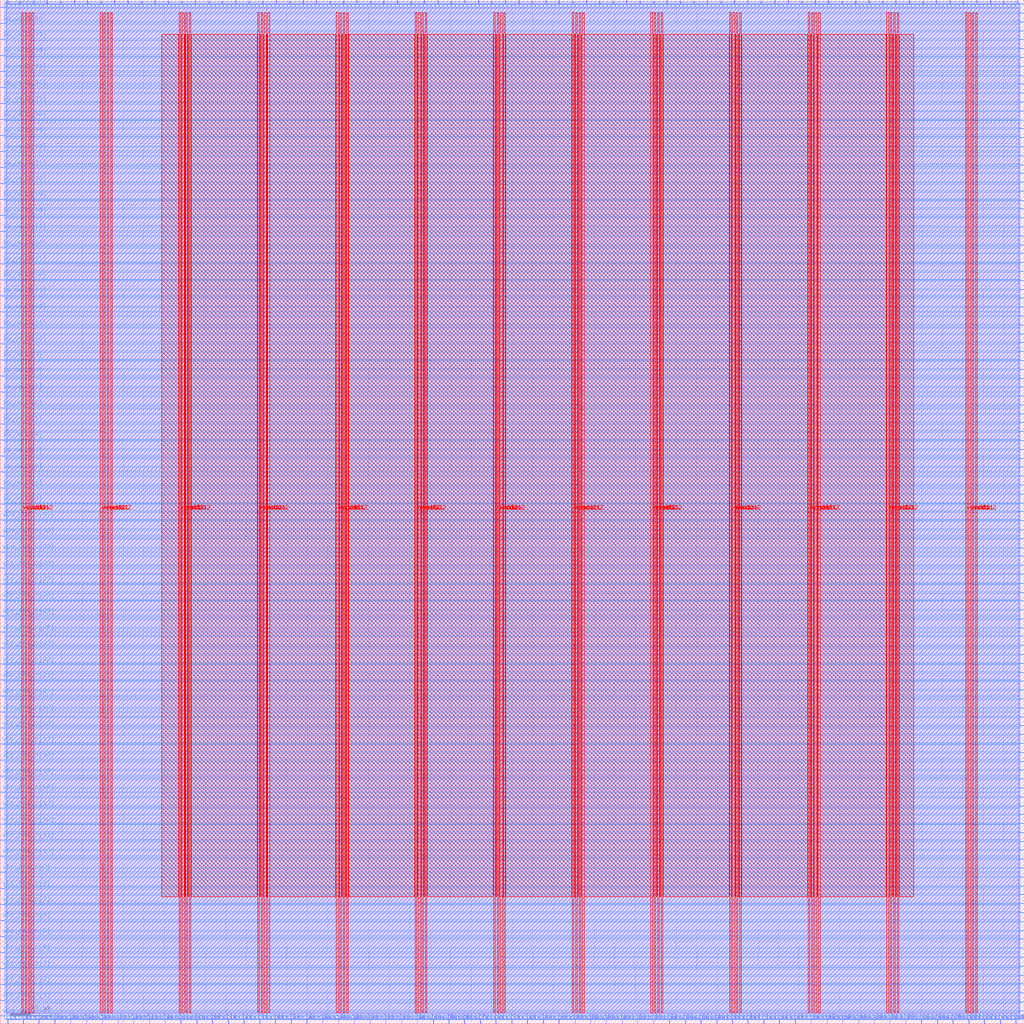
<source format=lef>
VERSION 5.7 ;
  NOWIREEXTENSIONATPIN ON ;
  DIVIDERCHAR "/" ;
  BUSBITCHARS "[]" ;
MACRO wrapper_sha1
  CLASS BLOCK ;
  FOREIGN wrapper_sha1 ;
  ORIGIN 0.000 0.000 ;
  SIZE 1000.000 BY 1000.000 ;
  PIN active
    DIRECTION INPUT ;
    USE SIGNAL ;
    PORT
      LAYER met2 ;
        RECT 85.190 996.000 85.470 1000.000 ;
    END
  END active
  PIN io_in[0]
    DIRECTION INPUT ;
    USE SIGNAL ;
    PORT
      LAYER met3 ;
        RECT 996.000 4.120 1000.000 4.720 ;
    END
  END io_in[0]
  PIN io_in[10]
    DIRECTION INPUT ;
    USE SIGNAL ;
    PORT
      LAYER met3 ;
        RECT 996.000 264.560 1000.000 265.160 ;
    END
  END io_in[10]
  PIN io_in[11]
    DIRECTION INPUT ;
    USE SIGNAL ;
    PORT
      LAYER met3 ;
        RECT 996.000 291.080 1000.000 291.680 ;
    END
  END io_in[11]
  PIN io_in[12]
    DIRECTION INPUT ;
    USE SIGNAL ;
    PORT
      LAYER met3 ;
        RECT 996.000 316.920 1000.000 317.520 ;
    END
  END io_in[12]
  PIN io_in[13]
    DIRECTION INPUT ;
    USE SIGNAL ;
    PORT
      LAYER met3 ;
        RECT 996.000 342.760 1000.000 343.360 ;
    END
  END io_in[13]
  PIN io_in[14]
    DIRECTION INPUT ;
    USE SIGNAL ;
    PORT
      LAYER met3 ;
        RECT 996.000 369.280 1000.000 369.880 ;
    END
  END io_in[14]
  PIN io_in[15]
    DIRECTION INPUT ;
    USE SIGNAL ;
    PORT
      LAYER met3 ;
        RECT 996.000 395.120 1000.000 395.720 ;
    END
  END io_in[15]
  PIN io_in[16]
    DIRECTION INPUT ;
    USE SIGNAL ;
    PORT
      LAYER met3 ;
        RECT 996.000 420.960 1000.000 421.560 ;
    END
  END io_in[16]
  PIN io_in[17]
    DIRECTION INPUT ;
    USE SIGNAL ;
    PORT
      LAYER met3 ;
        RECT 996.000 447.480 1000.000 448.080 ;
    END
  END io_in[17]
  PIN io_in[18]
    DIRECTION INPUT ;
    USE SIGNAL ;
    PORT
      LAYER met3 ;
        RECT 996.000 473.320 1000.000 473.920 ;
    END
  END io_in[18]
  PIN io_in[19]
    DIRECTION INPUT ;
    USE SIGNAL ;
    PORT
      LAYER met3 ;
        RECT 996.000 499.840 1000.000 500.440 ;
    END
  END io_in[19]
  PIN io_in[1]
    DIRECTION INPUT ;
    USE SIGNAL ;
    PORT
      LAYER met3 ;
        RECT 996.000 29.960 1000.000 30.560 ;
    END
  END io_in[1]
  PIN io_in[20]
    DIRECTION INPUT ;
    USE SIGNAL ;
    PORT
      LAYER met3 ;
        RECT 996.000 525.680 1000.000 526.280 ;
    END
  END io_in[20]
  PIN io_in[21]
    DIRECTION INPUT ;
    USE SIGNAL ;
    PORT
      LAYER met3 ;
        RECT 996.000 551.520 1000.000 552.120 ;
    END
  END io_in[21]
  PIN io_in[22]
    DIRECTION INPUT ;
    USE SIGNAL ;
    PORT
      LAYER met3 ;
        RECT 996.000 578.040 1000.000 578.640 ;
    END
  END io_in[22]
  PIN io_in[23]
    DIRECTION INPUT ;
    USE SIGNAL ;
    PORT
      LAYER met3 ;
        RECT 996.000 603.880 1000.000 604.480 ;
    END
  END io_in[23]
  PIN io_in[24]
    DIRECTION INPUT ;
    USE SIGNAL ;
    PORT
      LAYER met3 ;
        RECT 996.000 629.720 1000.000 630.320 ;
    END
  END io_in[24]
  PIN io_in[25]
    DIRECTION INPUT ;
    USE SIGNAL ;
    PORT
      LAYER met3 ;
        RECT 996.000 656.240 1000.000 656.840 ;
    END
  END io_in[25]
  PIN io_in[26]
    DIRECTION INPUT ;
    USE SIGNAL ;
    PORT
      LAYER met3 ;
        RECT 996.000 682.080 1000.000 682.680 ;
    END
  END io_in[26]
  PIN io_in[27]
    DIRECTION INPUT ;
    USE SIGNAL ;
    PORT
      LAYER met3 ;
        RECT 996.000 708.600 1000.000 709.200 ;
    END
  END io_in[27]
  PIN io_in[28]
    DIRECTION INPUT ;
    USE SIGNAL ;
    PORT
      LAYER met3 ;
        RECT 996.000 734.440 1000.000 735.040 ;
    END
  END io_in[28]
  PIN io_in[29]
    DIRECTION INPUT ;
    USE SIGNAL ;
    PORT
      LAYER met3 ;
        RECT 996.000 760.280 1000.000 760.880 ;
    END
  END io_in[29]
  PIN io_in[2]
    DIRECTION INPUT ;
    USE SIGNAL ;
    PORT
      LAYER met3 ;
        RECT 996.000 55.800 1000.000 56.400 ;
    END
  END io_in[2]
  PIN io_in[30]
    DIRECTION INPUT ;
    USE SIGNAL ;
    PORT
      LAYER met3 ;
        RECT 996.000 786.800 1000.000 787.400 ;
    END
  END io_in[30]
  PIN io_in[31]
    DIRECTION INPUT ;
    USE SIGNAL ;
    PORT
      LAYER met3 ;
        RECT 996.000 812.640 1000.000 813.240 ;
    END
  END io_in[31]
  PIN io_in[32]
    DIRECTION INPUT ;
    USE SIGNAL ;
    PORT
      LAYER met3 ;
        RECT 996.000 838.480 1000.000 839.080 ;
    END
  END io_in[32]
  PIN io_in[33]
    DIRECTION INPUT ;
    USE SIGNAL ;
    PORT
      LAYER met3 ;
        RECT 996.000 865.000 1000.000 865.600 ;
    END
  END io_in[33]
  PIN io_in[34]
    DIRECTION INPUT ;
    USE SIGNAL ;
    PORT
      LAYER met3 ;
        RECT 996.000 890.840 1000.000 891.440 ;
    END
  END io_in[34]
  PIN io_in[35]
    DIRECTION INPUT ;
    USE SIGNAL ;
    PORT
      LAYER met3 ;
        RECT 996.000 917.360 1000.000 917.960 ;
    END
  END io_in[35]
  PIN io_in[36]
    DIRECTION INPUT ;
    USE SIGNAL ;
    PORT
      LAYER met3 ;
        RECT 996.000 943.200 1000.000 943.800 ;
    END
  END io_in[36]
  PIN io_in[37]
    DIRECTION INPUT ;
    USE SIGNAL ;
    PORT
      LAYER met3 ;
        RECT 996.000 969.040 1000.000 969.640 ;
    END
  END io_in[37]
  PIN io_in[3]
    DIRECTION INPUT ;
    USE SIGNAL ;
    PORT
      LAYER met3 ;
        RECT 996.000 82.320 1000.000 82.920 ;
    END
  END io_in[3]
  PIN io_in[4]
    DIRECTION INPUT ;
    USE SIGNAL ;
    PORT
      LAYER met3 ;
        RECT 996.000 108.160 1000.000 108.760 ;
    END
  END io_in[4]
  PIN io_in[5]
    DIRECTION INPUT ;
    USE SIGNAL ;
    PORT
      LAYER met3 ;
        RECT 996.000 134.000 1000.000 134.600 ;
    END
  END io_in[5]
  PIN io_in[6]
    DIRECTION INPUT ;
    USE SIGNAL ;
    PORT
      LAYER met3 ;
        RECT 996.000 160.520 1000.000 161.120 ;
    END
  END io_in[6]
  PIN io_in[7]
    DIRECTION INPUT ;
    USE SIGNAL ;
    PORT
      LAYER met3 ;
        RECT 996.000 186.360 1000.000 186.960 ;
    END
  END io_in[7]
  PIN io_in[8]
    DIRECTION INPUT ;
    USE SIGNAL ;
    PORT
      LAYER met3 ;
        RECT 996.000 212.200 1000.000 212.800 ;
    END
  END io_in[8]
  PIN io_in[9]
    DIRECTION INPUT ;
    USE SIGNAL ;
    PORT
      LAYER met3 ;
        RECT 996.000 238.720 1000.000 239.320 ;
    END
  END io_in[9]
  PIN io_oeb[0]
    DIRECTION OUTPUT TRISTATE ;
    USE SIGNAL ;
    PORT
      LAYER met3 ;
        RECT 996.000 21.120 1000.000 21.720 ;
    END
  END io_oeb[0]
  PIN io_oeb[10]
    DIRECTION OUTPUT TRISTATE ;
    USE SIGNAL ;
    PORT
      LAYER met3 ;
        RECT 996.000 282.240 1000.000 282.840 ;
    END
  END io_oeb[10]
  PIN io_oeb[11]
    DIRECTION OUTPUT TRISTATE ;
    USE SIGNAL ;
    PORT
      LAYER met3 ;
        RECT 996.000 308.080 1000.000 308.680 ;
    END
  END io_oeb[11]
  PIN io_oeb[12]
    DIRECTION OUTPUT TRISTATE ;
    USE SIGNAL ;
    PORT
      LAYER met3 ;
        RECT 996.000 334.600 1000.000 335.200 ;
    END
  END io_oeb[12]
  PIN io_oeb[13]
    DIRECTION OUTPUT TRISTATE ;
    USE SIGNAL ;
    PORT
      LAYER met3 ;
        RECT 996.000 360.440 1000.000 361.040 ;
    END
  END io_oeb[13]
  PIN io_oeb[14]
    DIRECTION OUTPUT TRISTATE ;
    USE SIGNAL ;
    PORT
      LAYER met3 ;
        RECT 996.000 386.280 1000.000 386.880 ;
    END
  END io_oeb[14]
  PIN io_oeb[15]
    DIRECTION OUTPUT TRISTATE ;
    USE SIGNAL ;
    PORT
      LAYER met3 ;
        RECT 996.000 412.800 1000.000 413.400 ;
    END
  END io_oeb[15]
  PIN io_oeb[16]
    DIRECTION OUTPUT TRISTATE ;
    USE SIGNAL ;
    PORT
      LAYER met3 ;
        RECT 996.000 438.640 1000.000 439.240 ;
    END
  END io_oeb[16]
  PIN io_oeb[17]
    DIRECTION OUTPUT TRISTATE ;
    USE SIGNAL ;
    PORT
      LAYER met3 ;
        RECT 996.000 464.480 1000.000 465.080 ;
    END
  END io_oeb[17]
  PIN io_oeb[18]
    DIRECTION OUTPUT TRISTATE ;
    USE SIGNAL ;
    PORT
      LAYER met3 ;
        RECT 996.000 491.000 1000.000 491.600 ;
    END
  END io_oeb[18]
  PIN io_oeb[19]
    DIRECTION OUTPUT TRISTATE ;
    USE SIGNAL ;
    PORT
      LAYER met3 ;
        RECT 996.000 516.840 1000.000 517.440 ;
    END
  END io_oeb[19]
  PIN io_oeb[1]
    DIRECTION OUTPUT TRISTATE ;
    USE SIGNAL ;
    PORT
      LAYER met3 ;
        RECT 996.000 46.960 1000.000 47.560 ;
    END
  END io_oeb[1]
  PIN io_oeb[20]
    DIRECTION OUTPUT TRISTATE ;
    USE SIGNAL ;
    PORT
      LAYER met3 ;
        RECT 996.000 543.360 1000.000 543.960 ;
    END
  END io_oeb[20]
  PIN io_oeb[21]
    DIRECTION OUTPUT TRISTATE ;
    USE SIGNAL ;
    PORT
      LAYER met3 ;
        RECT 996.000 569.200 1000.000 569.800 ;
    END
  END io_oeb[21]
  PIN io_oeb[22]
    DIRECTION OUTPUT TRISTATE ;
    USE SIGNAL ;
    PORT
      LAYER met3 ;
        RECT 996.000 595.040 1000.000 595.640 ;
    END
  END io_oeb[22]
  PIN io_oeb[23]
    DIRECTION OUTPUT TRISTATE ;
    USE SIGNAL ;
    PORT
      LAYER met3 ;
        RECT 996.000 621.560 1000.000 622.160 ;
    END
  END io_oeb[23]
  PIN io_oeb[24]
    DIRECTION OUTPUT TRISTATE ;
    USE SIGNAL ;
    PORT
      LAYER met3 ;
        RECT 996.000 647.400 1000.000 648.000 ;
    END
  END io_oeb[24]
  PIN io_oeb[25]
    DIRECTION OUTPUT TRISTATE ;
    USE SIGNAL ;
    PORT
      LAYER met3 ;
        RECT 996.000 673.240 1000.000 673.840 ;
    END
  END io_oeb[25]
  PIN io_oeb[26]
    DIRECTION OUTPUT TRISTATE ;
    USE SIGNAL ;
    PORT
      LAYER met3 ;
        RECT 996.000 699.760 1000.000 700.360 ;
    END
  END io_oeb[26]
  PIN io_oeb[27]
    DIRECTION OUTPUT TRISTATE ;
    USE SIGNAL ;
    PORT
      LAYER met3 ;
        RECT 996.000 725.600 1000.000 726.200 ;
    END
  END io_oeb[27]
  PIN io_oeb[28]
    DIRECTION OUTPUT TRISTATE ;
    USE SIGNAL ;
    PORT
      LAYER met3 ;
        RECT 996.000 752.120 1000.000 752.720 ;
    END
  END io_oeb[28]
  PIN io_oeb[29]
    DIRECTION OUTPUT TRISTATE ;
    USE SIGNAL ;
    PORT
      LAYER met3 ;
        RECT 996.000 777.960 1000.000 778.560 ;
    END
  END io_oeb[29]
  PIN io_oeb[2]
    DIRECTION OUTPUT TRISTATE ;
    USE SIGNAL ;
    PORT
      LAYER met3 ;
        RECT 996.000 73.480 1000.000 74.080 ;
    END
  END io_oeb[2]
  PIN io_oeb[30]
    DIRECTION OUTPUT TRISTATE ;
    USE SIGNAL ;
    PORT
      LAYER met3 ;
        RECT 996.000 803.800 1000.000 804.400 ;
    END
  END io_oeb[30]
  PIN io_oeb[31]
    DIRECTION OUTPUT TRISTATE ;
    USE SIGNAL ;
    PORT
      LAYER met3 ;
        RECT 996.000 830.320 1000.000 830.920 ;
    END
  END io_oeb[31]
  PIN io_oeb[32]
    DIRECTION OUTPUT TRISTATE ;
    USE SIGNAL ;
    PORT
      LAYER met3 ;
        RECT 996.000 856.160 1000.000 856.760 ;
    END
  END io_oeb[32]
  PIN io_oeb[33]
    DIRECTION OUTPUT TRISTATE ;
    USE SIGNAL ;
    PORT
      LAYER met3 ;
        RECT 996.000 882.000 1000.000 882.600 ;
    END
  END io_oeb[33]
  PIN io_oeb[34]
    DIRECTION OUTPUT TRISTATE ;
    USE SIGNAL ;
    PORT
      LAYER met3 ;
        RECT 996.000 908.520 1000.000 909.120 ;
    END
  END io_oeb[34]
  PIN io_oeb[35]
    DIRECTION OUTPUT TRISTATE ;
    USE SIGNAL ;
    PORT
      LAYER met3 ;
        RECT 996.000 934.360 1000.000 934.960 ;
    END
  END io_oeb[35]
  PIN io_oeb[36]
    DIRECTION OUTPUT TRISTATE ;
    USE SIGNAL ;
    PORT
      LAYER met3 ;
        RECT 996.000 960.880 1000.000 961.480 ;
    END
  END io_oeb[36]
  PIN io_oeb[37]
    DIRECTION OUTPUT TRISTATE ;
    USE SIGNAL ;
    PORT
      LAYER met3 ;
        RECT 996.000 986.720 1000.000 987.320 ;
    END
  END io_oeb[37]
  PIN io_oeb[3]
    DIRECTION OUTPUT TRISTATE ;
    USE SIGNAL ;
    PORT
      LAYER met3 ;
        RECT 996.000 99.320 1000.000 99.920 ;
    END
  END io_oeb[3]
  PIN io_oeb[4]
    DIRECTION OUTPUT TRISTATE ;
    USE SIGNAL ;
    PORT
      LAYER met3 ;
        RECT 996.000 125.840 1000.000 126.440 ;
    END
  END io_oeb[4]
  PIN io_oeb[5]
    DIRECTION OUTPUT TRISTATE ;
    USE SIGNAL ;
    PORT
      LAYER met3 ;
        RECT 996.000 151.680 1000.000 152.280 ;
    END
  END io_oeb[5]
  PIN io_oeb[6]
    DIRECTION OUTPUT TRISTATE ;
    USE SIGNAL ;
    PORT
      LAYER met3 ;
        RECT 996.000 177.520 1000.000 178.120 ;
    END
  END io_oeb[6]
  PIN io_oeb[7]
    DIRECTION OUTPUT TRISTATE ;
    USE SIGNAL ;
    PORT
      LAYER met3 ;
        RECT 996.000 204.040 1000.000 204.640 ;
    END
  END io_oeb[7]
  PIN io_oeb[8]
    DIRECTION OUTPUT TRISTATE ;
    USE SIGNAL ;
    PORT
      LAYER met3 ;
        RECT 996.000 229.880 1000.000 230.480 ;
    END
  END io_oeb[8]
  PIN io_oeb[9]
    DIRECTION OUTPUT TRISTATE ;
    USE SIGNAL ;
    PORT
      LAYER met3 ;
        RECT 996.000 255.720 1000.000 256.320 ;
    END
  END io_oeb[9]
  PIN io_out[0]
    DIRECTION OUTPUT TRISTATE ;
    USE SIGNAL ;
    PORT
      LAYER met3 ;
        RECT 996.000 12.280 1000.000 12.880 ;
    END
  END io_out[0]
  PIN io_out[10]
    DIRECTION OUTPUT TRISTATE ;
    USE SIGNAL ;
    PORT
      LAYER met3 ;
        RECT 996.000 273.400 1000.000 274.000 ;
    END
  END io_out[10]
  PIN io_out[11]
    DIRECTION OUTPUT TRISTATE ;
    USE SIGNAL ;
    PORT
      LAYER met3 ;
        RECT 996.000 299.240 1000.000 299.840 ;
    END
  END io_out[11]
  PIN io_out[12]
    DIRECTION OUTPUT TRISTATE ;
    USE SIGNAL ;
    PORT
      LAYER met3 ;
        RECT 996.000 325.760 1000.000 326.360 ;
    END
  END io_out[12]
  PIN io_out[13]
    DIRECTION OUTPUT TRISTATE ;
    USE SIGNAL ;
    PORT
      LAYER met3 ;
        RECT 996.000 351.600 1000.000 352.200 ;
    END
  END io_out[13]
  PIN io_out[14]
    DIRECTION OUTPUT TRISTATE ;
    USE SIGNAL ;
    PORT
      LAYER met3 ;
        RECT 996.000 378.120 1000.000 378.720 ;
    END
  END io_out[14]
  PIN io_out[15]
    DIRECTION OUTPUT TRISTATE ;
    USE SIGNAL ;
    PORT
      LAYER met3 ;
        RECT 996.000 403.960 1000.000 404.560 ;
    END
  END io_out[15]
  PIN io_out[16]
    DIRECTION OUTPUT TRISTATE ;
    USE SIGNAL ;
    PORT
      LAYER met3 ;
        RECT 996.000 429.800 1000.000 430.400 ;
    END
  END io_out[16]
  PIN io_out[17]
    DIRECTION OUTPUT TRISTATE ;
    USE SIGNAL ;
    PORT
      LAYER met3 ;
        RECT 996.000 456.320 1000.000 456.920 ;
    END
  END io_out[17]
  PIN io_out[18]
    DIRECTION OUTPUT TRISTATE ;
    USE SIGNAL ;
    PORT
      LAYER met3 ;
        RECT 996.000 482.160 1000.000 482.760 ;
    END
  END io_out[18]
  PIN io_out[19]
    DIRECTION OUTPUT TRISTATE ;
    USE SIGNAL ;
    PORT
      LAYER met3 ;
        RECT 996.000 508.000 1000.000 508.600 ;
    END
  END io_out[19]
  PIN io_out[1]
    DIRECTION OUTPUT TRISTATE ;
    USE SIGNAL ;
    PORT
      LAYER met3 ;
        RECT 996.000 38.800 1000.000 39.400 ;
    END
  END io_out[1]
  PIN io_out[20]
    DIRECTION OUTPUT TRISTATE ;
    USE SIGNAL ;
    PORT
      LAYER met3 ;
        RECT 996.000 534.520 1000.000 535.120 ;
    END
  END io_out[20]
  PIN io_out[21]
    DIRECTION OUTPUT TRISTATE ;
    USE SIGNAL ;
    PORT
      LAYER met3 ;
        RECT 996.000 560.360 1000.000 560.960 ;
    END
  END io_out[21]
  PIN io_out[22]
    DIRECTION OUTPUT TRISTATE ;
    USE SIGNAL ;
    PORT
      LAYER met3 ;
        RECT 996.000 586.880 1000.000 587.480 ;
    END
  END io_out[22]
  PIN io_out[23]
    DIRECTION OUTPUT TRISTATE ;
    USE SIGNAL ;
    PORT
      LAYER met3 ;
        RECT 996.000 612.720 1000.000 613.320 ;
    END
  END io_out[23]
  PIN io_out[24]
    DIRECTION OUTPUT TRISTATE ;
    USE SIGNAL ;
    PORT
      LAYER met3 ;
        RECT 996.000 638.560 1000.000 639.160 ;
    END
  END io_out[24]
  PIN io_out[25]
    DIRECTION OUTPUT TRISTATE ;
    USE SIGNAL ;
    PORT
      LAYER met3 ;
        RECT 996.000 665.080 1000.000 665.680 ;
    END
  END io_out[25]
  PIN io_out[26]
    DIRECTION OUTPUT TRISTATE ;
    USE SIGNAL ;
    PORT
      LAYER met3 ;
        RECT 996.000 690.920 1000.000 691.520 ;
    END
  END io_out[26]
  PIN io_out[27]
    DIRECTION OUTPUT TRISTATE ;
    USE SIGNAL ;
    PORT
      LAYER met3 ;
        RECT 996.000 716.760 1000.000 717.360 ;
    END
  END io_out[27]
  PIN io_out[28]
    DIRECTION OUTPUT TRISTATE ;
    USE SIGNAL ;
    PORT
      LAYER met3 ;
        RECT 996.000 743.280 1000.000 743.880 ;
    END
  END io_out[28]
  PIN io_out[29]
    DIRECTION OUTPUT TRISTATE ;
    USE SIGNAL ;
    PORT
      LAYER met3 ;
        RECT 996.000 769.120 1000.000 769.720 ;
    END
  END io_out[29]
  PIN io_out[2]
    DIRECTION OUTPUT TRISTATE ;
    USE SIGNAL ;
    PORT
      LAYER met3 ;
        RECT 996.000 64.640 1000.000 65.240 ;
    END
  END io_out[2]
  PIN io_out[30]
    DIRECTION OUTPUT TRISTATE ;
    USE SIGNAL ;
    PORT
      LAYER met3 ;
        RECT 996.000 795.640 1000.000 796.240 ;
    END
  END io_out[30]
  PIN io_out[31]
    DIRECTION OUTPUT TRISTATE ;
    USE SIGNAL ;
    PORT
      LAYER met3 ;
        RECT 996.000 821.480 1000.000 822.080 ;
    END
  END io_out[31]
  PIN io_out[32]
    DIRECTION OUTPUT TRISTATE ;
    USE SIGNAL ;
    PORT
      LAYER met3 ;
        RECT 996.000 847.320 1000.000 847.920 ;
    END
  END io_out[32]
  PIN io_out[33]
    DIRECTION OUTPUT TRISTATE ;
    USE SIGNAL ;
    PORT
      LAYER met3 ;
        RECT 996.000 873.840 1000.000 874.440 ;
    END
  END io_out[33]
  PIN io_out[34]
    DIRECTION OUTPUT TRISTATE ;
    USE SIGNAL ;
    PORT
      LAYER met3 ;
        RECT 996.000 899.680 1000.000 900.280 ;
    END
  END io_out[34]
  PIN io_out[35]
    DIRECTION OUTPUT TRISTATE ;
    USE SIGNAL ;
    PORT
      LAYER met3 ;
        RECT 996.000 925.520 1000.000 926.120 ;
    END
  END io_out[35]
  PIN io_out[36]
    DIRECTION OUTPUT TRISTATE ;
    USE SIGNAL ;
    PORT
      LAYER met3 ;
        RECT 996.000 952.040 1000.000 952.640 ;
    END
  END io_out[36]
  PIN io_out[37]
    DIRECTION OUTPUT TRISTATE ;
    USE SIGNAL ;
    PORT
      LAYER met3 ;
        RECT 996.000 977.880 1000.000 978.480 ;
    END
  END io_out[37]
  PIN io_out[3]
    DIRECTION OUTPUT TRISTATE ;
    USE SIGNAL ;
    PORT
      LAYER met3 ;
        RECT 996.000 90.480 1000.000 91.080 ;
    END
  END io_out[3]
  PIN io_out[4]
    DIRECTION OUTPUT TRISTATE ;
    USE SIGNAL ;
    PORT
      LAYER met3 ;
        RECT 996.000 117.000 1000.000 117.600 ;
    END
  END io_out[4]
  PIN io_out[5]
    DIRECTION OUTPUT TRISTATE ;
    USE SIGNAL ;
    PORT
      LAYER met3 ;
        RECT 996.000 142.840 1000.000 143.440 ;
    END
  END io_out[5]
  PIN io_out[6]
    DIRECTION OUTPUT TRISTATE ;
    USE SIGNAL ;
    PORT
      LAYER met3 ;
        RECT 996.000 169.360 1000.000 169.960 ;
    END
  END io_out[6]
  PIN io_out[7]
    DIRECTION OUTPUT TRISTATE ;
    USE SIGNAL ;
    PORT
      LAYER met3 ;
        RECT 996.000 195.200 1000.000 195.800 ;
    END
  END io_out[7]
  PIN io_out[8]
    DIRECTION OUTPUT TRISTATE ;
    USE SIGNAL ;
    PORT
      LAYER met3 ;
        RECT 996.000 221.040 1000.000 221.640 ;
    END
  END io_out[8]
  PIN io_out[9]
    DIRECTION OUTPUT TRISTATE ;
    USE SIGNAL ;
    PORT
      LAYER met3 ;
        RECT 996.000 247.560 1000.000 248.160 ;
    END
  END io_out[9]
  PIN irq[0]
    DIRECTION OUTPUT TRISTATE ;
    USE SIGNAL ;
    PORT
      LAYER met3 ;
        RECT 996.000 995.560 1000.000 996.160 ;
    END
  END irq[0]
  PIN irq[1]
    DIRECTION OUTPUT TRISTATE ;
    USE SIGNAL ;
    PORT
      LAYER met2 ;
        RECT 993.230 996.000 993.510 1000.000 ;
    END
  END irq[1]
  PIN irq[2]
    DIRECTION OUTPUT TRISTATE ;
    USE SIGNAL ;
    PORT
      LAYER met2 ;
        RECT 991.850 0.000 992.130 4.000 ;
    END
  END irq[2]
  PIN la_data_in[0]
    DIRECTION INPUT ;
    USE SIGNAL ;
    PORT
      LAYER met2 ;
        RECT 7.450 0.000 7.730 4.000 ;
    END
  END la_data_in[0]
  PIN la_data_in[10]
    DIRECTION INPUT ;
    USE SIGNAL ;
    PORT
      LAYER met2 ;
        RECT 161.090 0.000 161.370 4.000 ;
    END
  END la_data_in[10]
  PIN la_data_in[11]
    DIRECTION INPUT ;
    USE SIGNAL ;
    PORT
      LAYER met2 ;
        RECT 176.270 0.000 176.550 4.000 ;
    END
  END la_data_in[11]
  PIN la_data_in[12]
    DIRECTION INPUT ;
    USE SIGNAL ;
    PORT
      LAYER met2 ;
        RECT 191.910 0.000 192.190 4.000 ;
    END
  END la_data_in[12]
  PIN la_data_in[13]
    DIRECTION INPUT ;
    USE SIGNAL ;
    PORT
      LAYER met2 ;
        RECT 207.090 0.000 207.370 4.000 ;
    END
  END la_data_in[13]
  PIN la_data_in[14]
    DIRECTION INPUT ;
    USE SIGNAL ;
    PORT
      LAYER met2 ;
        RECT 222.730 0.000 223.010 4.000 ;
    END
  END la_data_in[14]
  PIN la_data_in[15]
    DIRECTION INPUT ;
    USE SIGNAL ;
    PORT
      LAYER met2 ;
        RECT 237.910 0.000 238.190 4.000 ;
    END
  END la_data_in[15]
  PIN la_data_in[16]
    DIRECTION INPUT ;
    USE SIGNAL ;
    PORT
      LAYER met2 ;
        RECT 253.550 0.000 253.830 4.000 ;
    END
  END la_data_in[16]
  PIN la_data_in[17]
    DIRECTION INPUT ;
    USE SIGNAL ;
    PORT
      LAYER met2 ;
        RECT 268.730 0.000 269.010 4.000 ;
    END
  END la_data_in[17]
  PIN la_data_in[18]
    DIRECTION INPUT ;
    USE SIGNAL ;
    PORT
      LAYER met2 ;
        RECT 284.370 0.000 284.650 4.000 ;
    END
  END la_data_in[18]
  PIN la_data_in[19]
    DIRECTION INPUT ;
    USE SIGNAL ;
    PORT
      LAYER met2 ;
        RECT 299.550 0.000 299.830 4.000 ;
    END
  END la_data_in[19]
  PIN la_data_in[1]
    DIRECTION INPUT ;
    USE SIGNAL ;
    PORT
      LAYER met2 ;
        RECT 22.630 0.000 22.910 4.000 ;
    END
  END la_data_in[1]
  PIN la_data_in[20]
    DIRECTION INPUT ;
    USE SIGNAL ;
    PORT
      LAYER met2 ;
        RECT 314.730 0.000 315.010 4.000 ;
    END
  END la_data_in[20]
  PIN la_data_in[21]
    DIRECTION INPUT ;
    USE SIGNAL ;
    PORT
      LAYER met2 ;
        RECT 330.370 0.000 330.650 4.000 ;
    END
  END la_data_in[21]
  PIN la_data_in[22]
    DIRECTION INPUT ;
    USE SIGNAL ;
    PORT
      LAYER met2 ;
        RECT 345.550 0.000 345.830 4.000 ;
    END
  END la_data_in[22]
  PIN la_data_in[23]
    DIRECTION INPUT ;
    USE SIGNAL ;
    PORT
      LAYER met2 ;
        RECT 361.190 0.000 361.470 4.000 ;
    END
  END la_data_in[23]
  PIN la_data_in[24]
    DIRECTION INPUT ;
    USE SIGNAL ;
    PORT
      LAYER met2 ;
        RECT 376.370 0.000 376.650 4.000 ;
    END
  END la_data_in[24]
  PIN la_data_in[25]
    DIRECTION INPUT ;
    USE SIGNAL ;
    PORT
      LAYER met2 ;
        RECT 392.010 0.000 392.290 4.000 ;
    END
  END la_data_in[25]
  PIN la_data_in[26]
    DIRECTION INPUT ;
    USE SIGNAL ;
    PORT
      LAYER met2 ;
        RECT 407.190 0.000 407.470 4.000 ;
    END
  END la_data_in[26]
  PIN la_data_in[27]
    DIRECTION INPUT ;
    USE SIGNAL ;
    PORT
      LAYER met2 ;
        RECT 422.830 0.000 423.110 4.000 ;
    END
  END la_data_in[27]
  PIN la_data_in[28]
    DIRECTION INPUT ;
    USE SIGNAL ;
    PORT
      LAYER met2 ;
        RECT 438.010 0.000 438.290 4.000 ;
    END
  END la_data_in[28]
  PIN la_data_in[29]
    DIRECTION INPUT ;
    USE SIGNAL ;
    PORT
      LAYER met2 ;
        RECT 453.190 0.000 453.470 4.000 ;
    END
  END la_data_in[29]
  PIN la_data_in[2]
    DIRECTION INPUT ;
    USE SIGNAL ;
    PORT
      LAYER met2 ;
        RECT 37.810 0.000 38.090 4.000 ;
    END
  END la_data_in[2]
  PIN la_data_in[30]
    DIRECTION INPUT ;
    USE SIGNAL ;
    PORT
      LAYER met2 ;
        RECT 468.830 0.000 469.110 4.000 ;
    END
  END la_data_in[30]
  PIN la_data_in[31]
    DIRECTION INPUT ;
    USE SIGNAL ;
    PORT
      LAYER met2 ;
        RECT 484.010 0.000 484.290 4.000 ;
    END
  END la_data_in[31]
  PIN la_data_in[3]
    DIRECTION INPUT ;
    USE SIGNAL ;
    PORT
      LAYER met2 ;
        RECT 53.450 0.000 53.730 4.000 ;
    END
  END la_data_in[3]
  PIN la_data_in[4]
    DIRECTION INPUT ;
    USE SIGNAL ;
    PORT
      LAYER met2 ;
        RECT 68.630 0.000 68.910 4.000 ;
    END
  END la_data_in[4]
  PIN la_data_in[5]
    DIRECTION INPUT ;
    USE SIGNAL ;
    PORT
      LAYER met2 ;
        RECT 84.270 0.000 84.550 4.000 ;
    END
  END la_data_in[5]
  PIN la_data_in[6]
    DIRECTION INPUT ;
    USE SIGNAL ;
    PORT
      LAYER met2 ;
        RECT 99.450 0.000 99.730 4.000 ;
    END
  END la_data_in[6]
  PIN la_data_in[7]
    DIRECTION INPUT ;
    USE SIGNAL ;
    PORT
      LAYER met2 ;
        RECT 115.090 0.000 115.370 4.000 ;
    END
  END la_data_in[7]
  PIN la_data_in[8]
    DIRECTION INPUT ;
    USE SIGNAL ;
    PORT
      LAYER met2 ;
        RECT 130.270 0.000 130.550 4.000 ;
    END
  END la_data_in[8]
  PIN la_data_in[9]
    DIRECTION INPUT ;
    USE SIGNAL ;
    PORT
      LAYER met2 ;
        RECT 145.910 0.000 146.190 4.000 ;
    END
  END la_data_in[9]
  PIN la_data_out[0]
    DIRECTION OUTPUT TRISTATE ;
    USE SIGNAL ;
    PORT
      LAYER met2 ;
        RECT 499.650 0.000 499.930 4.000 ;
    END
  END la_data_out[0]
  PIN la_data_out[10]
    DIRECTION OUTPUT TRISTATE ;
    USE SIGNAL ;
    PORT
      LAYER met2 ;
        RECT 653.290 0.000 653.570 4.000 ;
    END
  END la_data_out[10]
  PIN la_data_out[11]
    DIRECTION OUTPUT TRISTATE ;
    USE SIGNAL ;
    PORT
      LAYER met2 ;
        RECT 668.930 0.000 669.210 4.000 ;
    END
  END la_data_out[11]
  PIN la_data_out[12]
    DIRECTION OUTPUT TRISTATE ;
    USE SIGNAL ;
    PORT
      LAYER met2 ;
        RECT 684.110 0.000 684.390 4.000 ;
    END
  END la_data_out[12]
  PIN la_data_out[13]
    DIRECTION OUTPUT TRISTATE ;
    USE SIGNAL ;
    PORT
      LAYER met2 ;
        RECT 699.750 0.000 700.030 4.000 ;
    END
  END la_data_out[13]
  PIN la_data_out[14]
    DIRECTION OUTPUT TRISTATE ;
    USE SIGNAL ;
    PORT
      LAYER met2 ;
        RECT 714.930 0.000 715.210 4.000 ;
    END
  END la_data_out[14]
  PIN la_data_out[15]
    DIRECTION OUTPUT TRISTATE ;
    USE SIGNAL ;
    PORT
      LAYER met2 ;
        RECT 730.110 0.000 730.390 4.000 ;
    END
  END la_data_out[15]
  PIN la_data_out[16]
    DIRECTION OUTPUT TRISTATE ;
    USE SIGNAL ;
    PORT
      LAYER met2 ;
        RECT 745.750 0.000 746.030 4.000 ;
    END
  END la_data_out[16]
  PIN la_data_out[17]
    DIRECTION OUTPUT TRISTATE ;
    USE SIGNAL ;
    PORT
      LAYER met2 ;
        RECT 760.930 0.000 761.210 4.000 ;
    END
  END la_data_out[17]
  PIN la_data_out[18]
    DIRECTION OUTPUT TRISTATE ;
    USE SIGNAL ;
    PORT
      LAYER met2 ;
        RECT 776.570 0.000 776.850 4.000 ;
    END
  END la_data_out[18]
  PIN la_data_out[19]
    DIRECTION OUTPUT TRISTATE ;
    USE SIGNAL ;
    PORT
      LAYER met2 ;
        RECT 791.750 0.000 792.030 4.000 ;
    END
  END la_data_out[19]
  PIN la_data_out[1]
    DIRECTION OUTPUT TRISTATE ;
    USE SIGNAL ;
    PORT
      LAYER met2 ;
        RECT 514.830 0.000 515.110 4.000 ;
    END
  END la_data_out[1]
  PIN la_data_out[20]
    DIRECTION OUTPUT TRISTATE ;
    USE SIGNAL ;
    PORT
      LAYER met2 ;
        RECT 807.390 0.000 807.670 4.000 ;
    END
  END la_data_out[20]
  PIN la_data_out[21]
    DIRECTION OUTPUT TRISTATE ;
    USE SIGNAL ;
    PORT
      LAYER met2 ;
        RECT 822.570 0.000 822.850 4.000 ;
    END
  END la_data_out[21]
  PIN la_data_out[22]
    DIRECTION OUTPUT TRISTATE ;
    USE SIGNAL ;
    PORT
      LAYER met2 ;
        RECT 838.210 0.000 838.490 4.000 ;
    END
  END la_data_out[22]
  PIN la_data_out[23]
    DIRECTION OUTPUT TRISTATE ;
    USE SIGNAL ;
    PORT
      LAYER met2 ;
        RECT 853.390 0.000 853.670 4.000 ;
    END
  END la_data_out[23]
  PIN la_data_out[24]
    DIRECTION OUTPUT TRISTATE ;
    USE SIGNAL ;
    PORT
      LAYER met2 ;
        RECT 868.570 0.000 868.850 4.000 ;
    END
  END la_data_out[24]
  PIN la_data_out[25]
    DIRECTION OUTPUT TRISTATE ;
    USE SIGNAL ;
    PORT
      LAYER met2 ;
        RECT 884.210 0.000 884.490 4.000 ;
    END
  END la_data_out[25]
  PIN la_data_out[26]
    DIRECTION OUTPUT TRISTATE ;
    USE SIGNAL ;
    PORT
      LAYER met2 ;
        RECT 899.390 0.000 899.670 4.000 ;
    END
  END la_data_out[26]
  PIN la_data_out[27]
    DIRECTION OUTPUT TRISTATE ;
    USE SIGNAL ;
    PORT
      LAYER met2 ;
        RECT 915.030 0.000 915.310 4.000 ;
    END
  END la_data_out[27]
  PIN la_data_out[28]
    DIRECTION OUTPUT TRISTATE ;
    USE SIGNAL ;
    PORT
      LAYER met2 ;
        RECT 930.210 0.000 930.490 4.000 ;
    END
  END la_data_out[28]
  PIN la_data_out[29]
    DIRECTION OUTPUT TRISTATE ;
    USE SIGNAL ;
    PORT
      LAYER met2 ;
        RECT 945.850 0.000 946.130 4.000 ;
    END
  END la_data_out[29]
  PIN la_data_out[2]
    DIRECTION OUTPUT TRISTATE ;
    USE SIGNAL ;
    PORT
      LAYER met2 ;
        RECT 530.470 0.000 530.750 4.000 ;
    END
  END la_data_out[2]
  PIN la_data_out[30]
    DIRECTION OUTPUT TRISTATE ;
    USE SIGNAL ;
    PORT
      LAYER met2 ;
        RECT 961.030 0.000 961.310 4.000 ;
    END
  END la_data_out[30]
  PIN la_data_out[31]
    DIRECTION OUTPUT TRISTATE ;
    USE SIGNAL ;
    PORT
      LAYER met2 ;
        RECT 976.670 0.000 976.950 4.000 ;
    END
  END la_data_out[31]
  PIN la_data_out[3]
    DIRECTION OUTPUT TRISTATE ;
    USE SIGNAL ;
    PORT
      LAYER met2 ;
        RECT 545.650 0.000 545.930 4.000 ;
    END
  END la_data_out[3]
  PIN la_data_out[4]
    DIRECTION OUTPUT TRISTATE ;
    USE SIGNAL ;
    PORT
      LAYER met2 ;
        RECT 561.290 0.000 561.570 4.000 ;
    END
  END la_data_out[4]
  PIN la_data_out[5]
    DIRECTION OUTPUT TRISTATE ;
    USE SIGNAL ;
    PORT
      LAYER met2 ;
        RECT 576.470 0.000 576.750 4.000 ;
    END
  END la_data_out[5]
  PIN la_data_out[6]
    DIRECTION OUTPUT TRISTATE ;
    USE SIGNAL ;
    PORT
      LAYER met2 ;
        RECT 591.650 0.000 591.930 4.000 ;
    END
  END la_data_out[6]
  PIN la_data_out[7]
    DIRECTION OUTPUT TRISTATE ;
    USE SIGNAL ;
    PORT
      LAYER met2 ;
        RECT 607.290 0.000 607.570 4.000 ;
    END
  END la_data_out[7]
  PIN la_data_out[8]
    DIRECTION OUTPUT TRISTATE ;
    USE SIGNAL ;
    PORT
      LAYER met2 ;
        RECT 622.470 0.000 622.750 4.000 ;
    END
  END la_data_out[8]
  PIN la_data_out[9]
    DIRECTION OUTPUT TRISTATE ;
    USE SIGNAL ;
    PORT
      LAYER met2 ;
        RECT 638.110 0.000 638.390 4.000 ;
    END
  END la_data_out[9]
  PIN la_oenb[0]
    DIRECTION INPUT ;
    USE SIGNAL ;
    PORT
      LAYER met3 ;
        RECT 0.000 507.320 4.000 507.920 ;
    END
  END la_oenb[0]
  PIN la_oenb[10]
    DIRECTION INPUT ;
    USE SIGNAL ;
    PORT
      LAYER met3 ;
        RECT 0.000 663.720 4.000 664.320 ;
    END
  END la_oenb[10]
  PIN la_oenb[11]
    DIRECTION INPUT ;
    USE SIGNAL ;
    PORT
      LAYER met3 ;
        RECT 0.000 679.360 4.000 679.960 ;
    END
  END la_oenb[11]
  PIN la_oenb[12]
    DIRECTION INPUT ;
    USE SIGNAL ;
    PORT
      LAYER met3 ;
        RECT 0.000 695.000 4.000 695.600 ;
    END
  END la_oenb[12]
  PIN la_oenb[13]
    DIRECTION INPUT ;
    USE SIGNAL ;
    PORT
      LAYER met3 ;
        RECT 0.000 710.640 4.000 711.240 ;
    END
  END la_oenb[13]
  PIN la_oenb[14]
    DIRECTION INPUT ;
    USE SIGNAL ;
    PORT
      LAYER met3 ;
        RECT 0.000 726.280 4.000 726.880 ;
    END
  END la_oenb[14]
  PIN la_oenb[15]
    DIRECTION INPUT ;
    USE SIGNAL ;
    PORT
      LAYER met3 ;
        RECT 0.000 741.920 4.000 742.520 ;
    END
  END la_oenb[15]
  PIN la_oenb[16]
    DIRECTION INPUT ;
    USE SIGNAL ;
    PORT
      LAYER met3 ;
        RECT 0.000 757.560 4.000 758.160 ;
    END
  END la_oenb[16]
  PIN la_oenb[17]
    DIRECTION INPUT ;
    USE SIGNAL ;
    PORT
      LAYER met3 ;
        RECT 0.000 773.200 4.000 773.800 ;
    END
  END la_oenb[17]
  PIN la_oenb[18]
    DIRECTION INPUT ;
    USE SIGNAL ;
    PORT
      LAYER met3 ;
        RECT 0.000 788.840 4.000 789.440 ;
    END
  END la_oenb[18]
  PIN la_oenb[19]
    DIRECTION INPUT ;
    USE SIGNAL ;
    PORT
      LAYER met3 ;
        RECT 0.000 804.480 4.000 805.080 ;
    END
  END la_oenb[19]
  PIN la_oenb[1]
    DIRECTION INPUT ;
    USE SIGNAL ;
    PORT
      LAYER met3 ;
        RECT 0.000 522.960 4.000 523.560 ;
    END
  END la_oenb[1]
  PIN la_oenb[20]
    DIRECTION INPUT ;
    USE SIGNAL ;
    PORT
      LAYER met3 ;
        RECT 0.000 820.120 4.000 820.720 ;
    END
  END la_oenb[20]
  PIN la_oenb[21]
    DIRECTION INPUT ;
    USE SIGNAL ;
    PORT
      LAYER met3 ;
        RECT 0.000 835.760 4.000 836.360 ;
    END
  END la_oenb[21]
  PIN la_oenb[22]
    DIRECTION INPUT ;
    USE SIGNAL ;
    PORT
      LAYER met3 ;
        RECT 0.000 851.400 4.000 852.000 ;
    END
  END la_oenb[22]
  PIN la_oenb[23]
    DIRECTION INPUT ;
    USE SIGNAL ;
    PORT
      LAYER met3 ;
        RECT 0.000 867.040 4.000 867.640 ;
    END
  END la_oenb[23]
  PIN la_oenb[24]
    DIRECTION INPUT ;
    USE SIGNAL ;
    PORT
      LAYER met3 ;
        RECT 0.000 882.680 4.000 883.280 ;
    END
  END la_oenb[24]
  PIN la_oenb[25]
    DIRECTION INPUT ;
    USE SIGNAL ;
    PORT
      LAYER met3 ;
        RECT 0.000 898.320 4.000 898.920 ;
    END
  END la_oenb[25]
  PIN la_oenb[26]
    DIRECTION INPUT ;
    USE SIGNAL ;
    PORT
      LAYER met3 ;
        RECT 0.000 913.960 4.000 914.560 ;
    END
  END la_oenb[26]
  PIN la_oenb[27]
    DIRECTION INPUT ;
    USE SIGNAL ;
    PORT
      LAYER met3 ;
        RECT 0.000 929.600 4.000 930.200 ;
    END
  END la_oenb[27]
  PIN la_oenb[28]
    DIRECTION INPUT ;
    USE SIGNAL ;
    PORT
      LAYER met3 ;
        RECT 0.000 945.240 4.000 945.840 ;
    END
  END la_oenb[28]
  PIN la_oenb[29]
    DIRECTION INPUT ;
    USE SIGNAL ;
    PORT
      LAYER met3 ;
        RECT 0.000 960.880 4.000 961.480 ;
    END
  END la_oenb[29]
  PIN la_oenb[2]
    DIRECTION INPUT ;
    USE SIGNAL ;
    PORT
      LAYER met3 ;
        RECT 0.000 538.600 4.000 539.200 ;
    END
  END la_oenb[2]
  PIN la_oenb[30]
    DIRECTION INPUT ;
    USE SIGNAL ;
    PORT
      LAYER met3 ;
        RECT 0.000 976.520 4.000 977.120 ;
    END
  END la_oenb[30]
  PIN la_oenb[31]
    DIRECTION INPUT ;
    USE SIGNAL ;
    PORT
      LAYER met3 ;
        RECT 0.000 992.160 4.000 992.760 ;
    END
  END la_oenb[31]
  PIN la_oenb[3]
    DIRECTION INPUT ;
    USE SIGNAL ;
    PORT
      LAYER met3 ;
        RECT 0.000 554.240 4.000 554.840 ;
    END
  END la_oenb[3]
  PIN la_oenb[4]
    DIRECTION INPUT ;
    USE SIGNAL ;
    PORT
      LAYER met3 ;
        RECT 0.000 569.880 4.000 570.480 ;
    END
  END la_oenb[4]
  PIN la_oenb[5]
    DIRECTION INPUT ;
    USE SIGNAL ;
    PORT
      LAYER met3 ;
        RECT 0.000 585.520 4.000 586.120 ;
    END
  END la_oenb[5]
  PIN la_oenb[6]
    DIRECTION INPUT ;
    USE SIGNAL ;
    PORT
      LAYER met3 ;
        RECT 0.000 601.160 4.000 601.760 ;
    END
  END la_oenb[6]
  PIN la_oenb[7]
    DIRECTION INPUT ;
    USE SIGNAL ;
    PORT
      LAYER met3 ;
        RECT 0.000 616.800 4.000 617.400 ;
    END
  END la_oenb[7]
  PIN la_oenb[8]
    DIRECTION INPUT ;
    USE SIGNAL ;
    PORT
      LAYER met3 ;
        RECT 0.000 632.440 4.000 633.040 ;
    END
  END la_oenb[8]
  PIN la_oenb[9]
    DIRECTION INPUT ;
    USE SIGNAL ;
    PORT
      LAYER met3 ;
        RECT 0.000 648.080 4.000 648.680 ;
    END
  END la_oenb[9]
  PIN wb_clk_i
    DIRECTION INPUT ;
    USE SIGNAL ;
    PORT
      LAYER met2 ;
        RECT 6.530 996.000 6.810 1000.000 ;
    END
  END wb_clk_i
  PIN wb_rst_i
    DIRECTION INPUT ;
    USE SIGNAL ;
    PORT
      LAYER met2 ;
        RECT 19.410 996.000 19.690 1000.000 ;
    END
  END wb_rst_i
  PIN wbs_ack_o
    DIRECTION OUTPUT TRISTATE ;
    USE SIGNAL ;
    PORT
      LAYER met2 ;
        RECT 72.310 996.000 72.590 1000.000 ;
    END
  END wbs_ack_o
  PIN wbs_adr_i[0]
    DIRECTION INPUT ;
    USE SIGNAL ;
    PORT
      LAYER met2 ;
        RECT 150.970 996.000 151.250 1000.000 ;
    END
  END wbs_adr_i[0]
  PIN wbs_adr_i[10]
    DIRECTION INPUT ;
    USE SIGNAL ;
    PORT
      LAYER met2 ;
        RECT 282.530 996.000 282.810 1000.000 ;
    END
  END wbs_adr_i[10]
  PIN wbs_adr_i[11]
    DIRECTION INPUT ;
    USE SIGNAL ;
    PORT
      LAYER met2 ;
        RECT 295.870 996.000 296.150 1000.000 ;
    END
  END wbs_adr_i[11]
  PIN wbs_adr_i[12]
    DIRECTION INPUT ;
    USE SIGNAL ;
    PORT
      LAYER met2 ;
        RECT 308.750 996.000 309.030 1000.000 ;
    END
  END wbs_adr_i[12]
  PIN wbs_adr_i[13]
    DIRECTION INPUT ;
    USE SIGNAL ;
    PORT
      LAYER met2 ;
        RECT 322.090 996.000 322.370 1000.000 ;
    END
  END wbs_adr_i[13]
  PIN wbs_adr_i[14]
    DIRECTION INPUT ;
    USE SIGNAL ;
    PORT
      LAYER met2 ;
        RECT 335.430 996.000 335.710 1000.000 ;
    END
  END wbs_adr_i[14]
  PIN wbs_adr_i[15]
    DIRECTION INPUT ;
    USE SIGNAL ;
    PORT
      LAYER met2 ;
        RECT 348.310 996.000 348.590 1000.000 ;
    END
  END wbs_adr_i[15]
  PIN wbs_adr_i[16]
    DIRECTION INPUT ;
    USE SIGNAL ;
    PORT
      LAYER met2 ;
        RECT 361.650 996.000 361.930 1000.000 ;
    END
  END wbs_adr_i[16]
  PIN wbs_adr_i[17]
    DIRECTION INPUT ;
    USE SIGNAL ;
    PORT
      LAYER met2 ;
        RECT 374.530 996.000 374.810 1000.000 ;
    END
  END wbs_adr_i[17]
  PIN wbs_adr_i[18]
    DIRECTION INPUT ;
    USE SIGNAL ;
    PORT
      LAYER met2 ;
        RECT 387.870 996.000 388.150 1000.000 ;
    END
  END wbs_adr_i[18]
  PIN wbs_adr_i[19]
    DIRECTION INPUT ;
    USE SIGNAL ;
    PORT
      LAYER met2 ;
        RECT 401.210 996.000 401.490 1000.000 ;
    END
  END wbs_adr_i[19]
  PIN wbs_adr_i[1]
    DIRECTION INPUT ;
    USE SIGNAL ;
    PORT
      LAYER met2 ;
        RECT 164.310 996.000 164.590 1000.000 ;
    END
  END wbs_adr_i[1]
  PIN wbs_adr_i[20]
    DIRECTION INPUT ;
    USE SIGNAL ;
    PORT
      LAYER met2 ;
        RECT 414.090 996.000 414.370 1000.000 ;
    END
  END wbs_adr_i[20]
  PIN wbs_adr_i[21]
    DIRECTION INPUT ;
    USE SIGNAL ;
    PORT
      LAYER met2 ;
        RECT 427.430 996.000 427.710 1000.000 ;
    END
  END wbs_adr_i[21]
  PIN wbs_adr_i[22]
    DIRECTION INPUT ;
    USE SIGNAL ;
    PORT
      LAYER met2 ;
        RECT 440.310 996.000 440.590 1000.000 ;
    END
  END wbs_adr_i[22]
  PIN wbs_adr_i[23]
    DIRECTION INPUT ;
    USE SIGNAL ;
    PORT
      LAYER met2 ;
        RECT 453.650 996.000 453.930 1000.000 ;
    END
  END wbs_adr_i[23]
  PIN wbs_adr_i[24]
    DIRECTION INPUT ;
    USE SIGNAL ;
    PORT
      LAYER met2 ;
        RECT 466.990 996.000 467.270 1000.000 ;
    END
  END wbs_adr_i[24]
  PIN wbs_adr_i[25]
    DIRECTION INPUT ;
    USE SIGNAL ;
    PORT
      LAYER met2 ;
        RECT 479.870 996.000 480.150 1000.000 ;
    END
  END wbs_adr_i[25]
  PIN wbs_adr_i[26]
    DIRECTION INPUT ;
    USE SIGNAL ;
    PORT
      LAYER met2 ;
        RECT 493.210 996.000 493.490 1000.000 ;
    END
  END wbs_adr_i[26]
  PIN wbs_adr_i[27]
    DIRECTION INPUT ;
    USE SIGNAL ;
    PORT
      LAYER met2 ;
        RECT 506.550 996.000 506.830 1000.000 ;
    END
  END wbs_adr_i[27]
  PIN wbs_adr_i[28]
    DIRECTION INPUT ;
    USE SIGNAL ;
    PORT
      LAYER met2 ;
        RECT 519.430 996.000 519.710 1000.000 ;
    END
  END wbs_adr_i[28]
  PIN wbs_adr_i[29]
    DIRECTION INPUT ;
    USE SIGNAL ;
    PORT
      LAYER met2 ;
        RECT 532.770 996.000 533.050 1000.000 ;
    END
  END wbs_adr_i[29]
  PIN wbs_adr_i[2]
    DIRECTION INPUT ;
    USE SIGNAL ;
    PORT
      LAYER met2 ;
        RECT 177.190 996.000 177.470 1000.000 ;
    END
  END wbs_adr_i[2]
  PIN wbs_adr_i[30]
    DIRECTION INPUT ;
    USE SIGNAL ;
    PORT
      LAYER met2 ;
        RECT 545.650 996.000 545.930 1000.000 ;
    END
  END wbs_adr_i[30]
  PIN wbs_adr_i[31]
    DIRECTION INPUT ;
    USE SIGNAL ;
    PORT
      LAYER met2 ;
        RECT 558.990 996.000 559.270 1000.000 ;
    END
  END wbs_adr_i[31]
  PIN wbs_adr_i[3]
    DIRECTION INPUT ;
    USE SIGNAL ;
    PORT
      LAYER met2 ;
        RECT 190.530 996.000 190.810 1000.000 ;
    END
  END wbs_adr_i[3]
  PIN wbs_adr_i[4]
    DIRECTION INPUT ;
    USE SIGNAL ;
    PORT
      LAYER met2 ;
        RECT 203.870 996.000 204.150 1000.000 ;
    END
  END wbs_adr_i[4]
  PIN wbs_adr_i[5]
    DIRECTION INPUT ;
    USE SIGNAL ;
    PORT
      LAYER met2 ;
        RECT 216.750 996.000 217.030 1000.000 ;
    END
  END wbs_adr_i[5]
  PIN wbs_adr_i[6]
    DIRECTION INPUT ;
    USE SIGNAL ;
    PORT
      LAYER met2 ;
        RECT 230.090 996.000 230.370 1000.000 ;
    END
  END wbs_adr_i[6]
  PIN wbs_adr_i[7]
    DIRECTION INPUT ;
    USE SIGNAL ;
    PORT
      LAYER met2 ;
        RECT 242.970 996.000 243.250 1000.000 ;
    END
  END wbs_adr_i[7]
  PIN wbs_adr_i[8]
    DIRECTION INPUT ;
    USE SIGNAL ;
    PORT
      LAYER met2 ;
        RECT 256.310 996.000 256.590 1000.000 ;
    END
  END wbs_adr_i[8]
  PIN wbs_adr_i[9]
    DIRECTION INPUT ;
    USE SIGNAL ;
    PORT
      LAYER met2 ;
        RECT 269.650 996.000 269.930 1000.000 ;
    END
  END wbs_adr_i[9]
  PIN wbs_cyc_i
    DIRECTION INPUT ;
    USE SIGNAL ;
    PORT
      LAYER met2 ;
        RECT 45.630 996.000 45.910 1000.000 ;
    END
  END wbs_cyc_i
  PIN wbs_dat_i[0]
    DIRECTION INPUT ;
    USE SIGNAL ;
    PORT
      LAYER met2 ;
        RECT 572.330 996.000 572.610 1000.000 ;
    END
  END wbs_dat_i[0]
  PIN wbs_dat_i[10]
    DIRECTION INPUT ;
    USE SIGNAL ;
    PORT
      LAYER met2 ;
        RECT 703.890 996.000 704.170 1000.000 ;
    END
  END wbs_dat_i[10]
  PIN wbs_dat_i[11]
    DIRECTION INPUT ;
    USE SIGNAL ;
    PORT
      LAYER met2 ;
        RECT 716.770 996.000 717.050 1000.000 ;
    END
  END wbs_dat_i[11]
  PIN wbs_dat_i[12]
    DIRECTION INPUT ;
    USE SIGNAL ;
    PORT
      LAYER met2 ;
        RECT 730.110 996.000 730.390 1000.000 ;
    END
  END wbs_dat_i[12]
  PIN wbs_dat_i[13]
    DIRECTION INPUT ;
    USE SIGNAL ;
    PORT
      LAYER met2 ;
        RECT 742.990 996.000 743.270 1000.000 ;
    END
  END wbs_dat_i[13]
  PIN wbs_dat_i[14]
    DIRECTION INPUT ;
    USE SIGNAL ;
    PORT
      LAYER met2 ;
        RECT 756.330 996.000 756.610 1000.000 ;
    END
  END wbs_dat_i[14]
  PIN wbs_dat_i[15]
    DIRECTION INPUT ;
    USE SIGNAL ;
    PORT
      LAYER met2 ;
        RECT 769.670 996.000 769.950 1000.000 ;
    END
  END wbs_dat_i[15]
  PIN wbs_dat_i[16]
    DIRECTION INPUT ;
    USE SIGNAL ;
    PORT
      LAYER met2 ;
        RECT 782.550 996.000 782.830 1000.000 ;
    END
  END wbs_dat_i[16]
  PIN wbs_dat_i[17]
    DIRECTION INPUT ;
    USE SIGNAL ;
    PORT
      LAYER met2 ;
        RECT 795.890 996.000 796.170 1000.000 ;
    END
  END wbs_dat_i[17]
  PIN wbs_dat_i[18]
    DIRECTION INPUT ;
    USE SIGNAL ;
    PORT
      LAYER met2 ;
        RECT 808.770 996.000 809.050 1000.000 ;
    END
  END wbs_dat_i[18]
  PIN wbs_dat_i[19]
    DIRECTION INPUT ;
    USE SIGNAL ;
    PORT
      LAYER met2 ;
        RECT 822.110 996.000 822.390 1000.000 ;
    END
  END wbs_dat_i[19]
  PIN wbs_dat_i[1]
    DIRECTION INPUT ;
    USE SIGNAL ;
    PORT
      LAYER met2 ;
        RECT 585.210 996.000 585.490 1000.000 ;
    END
  END wbs_dat_i[1]
  PIN wbs_dat_i[20]
    DIRECTION INPUT ;
    USE SIGNAL ;
    PORT
      LAYER met2 ;
        RECT 835.450 996.000 835.730 1000.000 ;
    END
  END wbs_dat_i[20]
  PIN wbs_dat_i[21]
    DIRECTION INPUT ;
    USE SIGNAL ;
    PORT
      LAYER met2 ;
        RECT 848.330 996.000 848.610 1000.000 ;
    END
  END wbs_dat_i[21]
  PIN wbs_dat_i[22]
    DIRECTION INPUT ;
    USE SIGNAL ;
    PORT
      LAYER met2 ;
        RECT 861.670 996.000 861.950 1000.000 ;
    END
  END wbs_dat_i[22]
  PIN wbs_dat_i[23]
    DIRECTION INPUT ;
    USE SIGNAL ;
    PORT
      LAYER met2 ;
        RECT 874.550 996.000 874.830 1000.000 ;
    END
  END wbs_dat_i[23]
  PIN wbs_dat_i[24]
    DIRECTION INPUT ;
    USE SIGNAL ;
    PORT
      LAYER met2 ;
        RECT 887.890 996.000 888.170 1000.000 ;
    END
  END wbs_dat_i[24]
  PIN wbs_dat_i[25]
    DIRECTION INPUT ;
    USE SIGNAL ;
    PORT
      LAYER met2 ;
        RECT 901.230 996.000 901.510 1000.000 ;
    END
  END wbs_dat_i[25]
  PIN wbs_dat_i[26]
    DIRECTION INPUT ;
    USE SIGNAL ;
    PORT
      LAYER met2 ;
        RECT 914.110 996.000 914.390 1000.000 ;
    END
  END wbs_dat_i[26]
  PIN wbs_dat_i[27]
    DIRECTION INPUT ;
    USE SIGNAL ;
    PORT
      LAYER met2 ;
        RECT 927.450 996.000 927.730 1000.000 ;
    END
  END wbs_dat_i[27]
  PIN wbs_dat_i[28]
    DIRECTION INPUT ;
    USE SIGNAL ;
    PORT
      LAYER met2 ;
        RECT 940.330 996.000 940.610 1000.000 ;
    END
  END wbs_dat_i[28]
  PIN wbs_dat_i[29]
    DIRECTION INPUT ;
    USE SIGNAL ;
    PORT
      LAYER met2 ;
        RECT 953.670 996.000 953.950 1000.000 ;
    END
  END wbs_dat_i[29]
  PIN wbs_dat_i[2]
    DIRECTION INPUT ;
    USE SIGNAL ;
    PORT
      LAYER met2 ;
        RECT 598.550 996.000 598.830 1000.000 ;
    END
  END wbs_dat_i[2]
  PIN wbs_dat_i[30]
    DIRECTION INPUT ;
    USE SIGNAL ;
    PORT
      LAYER met2 ;
        RECT 967.010 996.000 967.290 1000.000 ;
    END
  END wbs_dat_i[30]
  PIN wbs_dat_i[31]
    DIRECTION INPUT ;
    USE SIGNAL ;
    PORT
      LAYER met2 ;
        RECT 979.890 996.000 980.170 1000.000 ;
    END
  END wbs_dat_i[31]
  PIN wbs_dat_i[3]
    DIRECTION INPUT ;
    USE SIGNAL ;
    PORT
      LAYER met2 ;
        RECT 611.430 996.000 611.710 1000.000 ;
    END
  END wbs_dat_i[3]
  PIN wbs_dat_i[4]
    DIRECTION INPUT ;
    USE SIGNAL ;
    PORT
      LAYER met2 ;
        RECT 624.770 996.000 625.050 1000.000 ;
    END
  END wbs_dat_i[4]
  PIN wbs_dat_i[5]
    DIRECTION INPUT ;
    USE SIGNAL ;
    PORT
      LAYER met2 ;
        RECT 638.110 996.000 638.390 1000.000 ;
    END
  END wbs_dat_i[5]
  PIN wbs_dat_i[6]
    DIRECTION INPUT ;
    USE SIGNAL ;
    PORT
      LAYER met2 ;
        RECT 650.990 996.000 651.270 1000.000 ;
    END
  END wbs_dat_i[6]
  PIN wbs_dat_i[7]
    DIRECTION INPUT ;
    USE SIGNAL ;
    PORT
      LAYER met2 ;
        RECT 664.330 996.000 664.610 1000.000 ;
    END
  END wbs_dat_i[7]
  PIN wbs_dat_i[8]
    DIRECTION INPUT ;
    USE SIGNAL ;
    PORT
      LAYER met2 ;
        RECT 677.210 996.000 677.490 1000.000 ;
    END
  END wbs_dat_i[8]
  PIN wbs_dat_i[9]
    DIRECTION INPUT ;
    USE SIGNAL ;
    PORT
      LAYER met2 ;
        RECT 690.550 996.000 690.830 1000.000 ;
    END
  END wbs_dat_i[9]
  PIN wbs_dat_o[0]
    DIRECTION OUTPUT TRISTATE ;
    USE SIGNAL ;
    PORT
      LAYER met3 ;
        RECT 0.000 7.520 4.000 8.120 ;
    END
  END wbs_dat_o[0]
  PIN wbs_dat_o[10]
    DIRECTION OUTPUT TRISTATE ;
    USE SIGNAL ;
    PORT
      LAYER met3 ;
        RECT 0.000 163.240 4.000 163.840 ;
    END
  END wbs_dat_o[10]
  PIN wbs_dat_o[11]
    DIRECTION OUTPUT TRISTATE ;
    USE SIGNAL ;
    PORT
      LAYER met3 ;
        RECT 0.000 178.880 4.000 179.480 ;
    END
  END wbs_dat_o[11]
  PIN wbs_dat_o[12]
    DIRECTION OUTPUT TRISTATE ;
    USE SIGNAL ;
    PORT
      LAYER met3 ;
        RECT 0.000 194.520 4.000 195.120 ;
    END
  END wbs_dat_o[12]
  PIN wbs_dat_o[13]
    DIRECTION OUTPUT TRISTATE ;
    USE SIGNAL ;
    PORT
      LAYER met3 ;
        RECT 0.000 210.160 4.000 210.760 ;
    END
  END wbs_dat_o[13]
  PIN wbs_dat_o[14]
    DIRECTION OUTPUT TRISTATE ;
    USE SIGNAL ;
    PORT
      LAYER met3 ;
        RECT 0.000 225.800 4.000 226.400 ;
    END
  END wbs_dat_o[14]
  PIN wbs_dat_o[15]
    DIRECTION OUTPUT TRISTATE ;
    USE SIGNAL ;
    PORT
      LAYER met3 ;
        RECT 0.000 241.440 4.000 242.040 ;
    END
  END wbs_dat_o[15]
  PIN wbs_dat_o[16]
    DIRECTION OUTPUT TRISTATE ;
    USE SIGNAL ;
    PORT
      LAYER met3 ;
        RECT 0.000 257.080 4.000 257.680 ;
    END
  END wbs_dat_o[16]
  PIN wbs_dat_o[17]
    DIRECTION OUTPUT TRISTATE ;
    USE SIGNAL ;
    PORT
      LAYER met3 ;
        RECT 0.000 272.720 4.000 273.320 ;
    END
  END wbs_dat_o[17]
  PIN wbs_dat_o[18]
    DIRECTION OUTPUT TRISTATE ;
    USE SIGNAL ;
    PORT
      LAYER met3 ;
        RECT 0.000 288.360 4.000 288.960 ;
    END
  END wbs_dat_o[18]
  PIN wbs_dat_o[19]
    DIRECTION OUTPUT TRISTATE ;
    USE SIGNAL ;
    PORT
      LAYER met3 ;
        RECT 0.000 304.000 4.000 304.600 ;
    END
  END wbs_dat_o[19]
  PIN wbs_dat_o[1]
    DIRECTION OUTPUT TRISTATE ;
    USE SIGNAL ;
    PORT
      LAYER met3 ;
        RECT 0.000 22.480 4.000 23.080 ;
    END
  END wbs_dat_o[1]
  PIN wbs_dat_o[20]
    DIRECTION OUTPUT TRISTATE ;
    USE SIGNAL ;
    PORT
      LAYER met3 ;
        RECT 0.000 319.640 4.000 320.240 ;
    END
  END wbs_dat_o[20]
  PIN wbs_dat_o[21]
    DIRECTION OUTPUT TRISTATE ;
    USE SIGNAL ;
    PORT
      LAYER met3 ;
        RECT 0.000 335.280 4.000 335.880 ;
    END
  END wbs_dat_o[21]
  PIN wbs_dat_o[22]
    DIRECTION OUTPUT TRISTATE ;
    USE SIGNAL ;
    PORT
      LAYER met3 ;
        RECT 0.000 350.920 4.000 351.520 ;
    END
  END wbs_dat_o[22]
  PIN wbs_dat_o[23]
    DIRECTION OUTPUT TRISTATE ;
    USE SIGNAL ;
    PORT
      LAYER met3 ;
        RECT 0.000 366.560 4.000 367.160 ;
    END
  END wbs_dat_o[23]
  PIN wbs_dat_o[24]
    DIRECTION OUTPUT TRISTATE ;
    USE SIGNAL ;
    PORT
      LAYER met3 ;
        RECT 0.000 382.200 4.000 382.800 ;
    END
  END wbs_dat_o[24]
  PIN wbs_dat_o[25]
    DIRECTION OUTPUT TRISTATE ;
    USE SIGNAL ;
    PORT
      LAYER met3 ;
        RECT 0.000 397.840 4.000 398.440 ;
    END
  END wbs_dat_o[25]
  PIN wbs_dat_o[26]
    DIRECTION OUTPUT TRISTATE ;
    USE SIGNAL ;
    PORT
      LAYER met3 ;
        RECT 0.000 413.480 4.000 414.080 ;
    END
  END wbs_dat_o[26]
  PIN wbs_dat_o[27]
    DIRECTION OUTPUT TRISTATE ;
    USE SIGNAL ;
    PORT
      LAYER met3 ;
        RECT 0.000 429.120 4.000 429.720 ;
    END
  END wbs_dat_o[27]
  PIN wbs_dat_o[28]
    DIRECTION OUTPUT TRISTATE ;
    USE SIGNAL ;
    PORT
      LAYER met3 ;
        RECT 0.000 444.760 4.000 445.360 ;
    END
  END wbs_dat_o[28]
  PIN wbs_dat_o[29]
    DIRECTION OUTPUT TRISTATE ;
    USE SIGNAL ;
    PORT
      LAYER met3 ;
        RECT 0.000 460.400 4.000 461.000 ;
    END
  END wbs_dat_o[29]
  PIN wbs_dat_o[2]
    DIRECTION OUTPUT TRISTATE ;
    USE SIGNAL ;
    PORT
      LAYER met3 ;
        RECT 0.000 38.120 4.000 38.720 ;
    END
  END wbs_dat_o[2]
  PIN wbs_dat_o[30]
    DIRECTION OUTPUT TRISTATE ;
    USE SIGNAL ;
    PORT
      LAYER met3 ;
        RECT 0.000 476.040 4.000 476.640 ;
    END
  END wbs_dat_o[30]
  PIN wbs_dat_o[31]
    DIRECTION OUTPUT TRISTATE ;
    USE SIGNAL ;
    PORT
      LAYER met3 ;
        RECT 0.000 491.680 4.000 492.280 ;
    END
  END wbs_dat_o[31]
  PIN wbs_dat_o[3]
    DIRECTION OUTPUT TRISTATE ;
    USE SIGNAL ;
    PORT
      LAYER met3 ;
        RECT 0.000 53.760 4.000 54.360 ;
    END
  END wbs_dat_o[3]
  PIN wbs_dat_o[4]
    DIRECTION OUTPUT TRISTATE ;
    USE SIGNAL ;
    PORT
      LAYER met3 ;
        RECT 0.000 69.400 4.000 70.000 ;
    END
  END wbs_dat_o[4]
  PIN wbs_dat_o[5]
    DIRECTION OUTPUT TRISTATE ;
    USE SIGNAL ;
    PORT
      LAYER met3 ;
        RECT 0.000 85.040 4.000 85.640 ;
    END
  END wbs_dat_o[5]
  PIN wbs_dat_o[6]
    DIRECTION OUTPUT TRISTATE ;
    USE SIGNAL ;
    PORT
      LAYER met3 ;
        RECT 0.000 100.680 4.000 101.280 ;
    END
  END wbs_dat_o[6]
  PIN wbs_dat_o[7]
    DIRECTION OUTPUT TRISTATE ;
    USE SIGNAL ;
    PORT
      LAYER met3 ;
        RECT 0.000 116.320 4.000 116.920 ;
    END
  END wbs_dat_o[7]
  PIN wbs_dat_o[8]
    DIRECTION OUTPUT TRISTATE ;
    USE SIGNAL ;
    PORT
      LAYER met3 ;
        RECT 0.000 131.960 4.000 132.560 ;
    END
  END wbs_dat_o[8]
  PIN wbs_dat_o[9]
    DIRECTION OUTPUT TRISTATE ;
    USE SIGNAL ;
    PORT
      LAYER met3 ;
        RECT 0.000 147.600 4.000 148.200 ;
    END
  END wbs_dat_o[9]
  PIN wbs_sel_i[0]
    DIRECTION INPUT ;
    USE SIGNAL ;
    PORT
      LAYER met2 ;
        RECT 98.530 996.000 98.810 1000.000 ;
    END
  END wbs_sel_i[0]
  PIN wbs_sel_i[1]
    DIRECTION INPUT ;
    USE SIGNAL ;
    PORT
      LAYER met2 ;
        RECT 111.410 996.000 111.690 1000.000 ;
    END
  END wbs_sel_i[1]
  PIN wbs_sel_i[2]
    DIRECTION INPUT ;
    USE SIGNAL ;
    PORT
      LAYER met2 ;
        RECT 124.750 996.000 125.030 1000.000 ;
    END
  END wbs_sel_i[2]
  PIN wbs_sel_i[3]
    DIRECTION INPUT ;
    USE SIGNAL ;
    PORT
      LAYER met2 ;
        RECT 138.090 996.000 138.370 1000.000 ;
    END
  END wbs_sel_i[3]
  PIN wbs_stb_i
    DIRECTION INPUT ;
    USE SIGNAL ;
    PORT
      LAYER met2 ;
        RECT 32.750 996.000 33.030 1000.000 ;
    END
  END wbs_stb_i
  PIN wbs_we_i
    DIRECTION INPUT ;
    USE SIGNAL ;
    PORT
      LAYER met2 ;
        RECT 58.970 996.000 59.250 1000.000 ;
    END
  END wbs_we_i
  PIN vccd1
    DIRECTION INOUT ;
    USE POWER ;
    PORT
      LAYER met4 ;
        RECT 942.640 10.640 944.240 987.600 ;
    END
  END vccd1
  PIN vccd1
    DIRECTION INOUT ;
    USE POWER ;
    PORT
      LAYER met4 ;
        RECT 789.040 10.640 790.640 987.600 ;
    END
  END vccd1
  PIN vccd1
    DIRECTION INOUT ;
    USE POWER ;
    PORT
      LAYER met4 ;
        RECT 635.440 10.640 637.040 987.600 ;
    END
  END vccd1
  PIN vccd1
    DIRECTION INOUT ;
    USE POWER ;
    PORT
      LAYER met4 ;
        RECT 481.840 10.640 483.440 987.600 ;
    END
  END vccd1
  PIN vccd1
    DIRECTION INOUT ;
    USE POWER ;
    PORT
      LAYER met4 ;
        RECT 328.240 10.640 329.840 987.600 ;
    END
  END vccd1
  PIN vccd1
    DIRECTION INOUT ;
    USE POWER ;
    PORT
      LAYER met4 ;
        RECT 174.640 10.640 176.240 987.600 ;
    END
  END vccd1
  PIN vccd1
    DIRECTION INOUT ;
    USE POWER ;
    PORT
      LAYER met4 ;
        RECT 21.040 10.640 22.640 987.600 ;
    END
  END vccd1
  PIN vssd1
    DIRECTION INOUT ;
    USE GROUND ;
    PORT
      LAYER met4 ;
        RECT 865.840 10.640 867.440 987.600 ;
    END
  END vssd1
  PIN vssd1
    DIRECTION INOUT ;
    USE GROUND ;
    PORT
      LAYER met4 ;
        RECT 712.240 10.640 713.840 987.600 ;
    END
  END vssd1
  PIN vssd1
    DIRECTION INOUT ;
    USE GROUND ;
    PORT
      LAYER met4 ;
        RECT 558.640 10.640 560.240 987.600 ;
    END
  END vssd1
  PIN vssd1
    DIRECTION INOUT ;
    USE GROUND ;
    PORT
      LAYER met4 ;
        RECT 405.040 10.640 406.640 987.600 ;
    END
  END vssd1
  PIN vssd1
    DIRECTION INOUT ;
    USE GROUND ;
    PORT
      LAYER met4 ;
        RECT 251.440 10.640 253.040 987.600 ;
    END
  END vssd1
  PIN vssd1
    DIRECTION INOUT ;
    USE GROUND ;
    PORT
      LAYER met4 ;
        RECT 97.840 10.640 99.440 987.600 ;
    END
  END vssd1
  PIN vccd2
    DIRECTION INOUT ;
    USE POWER ;
    PORT
      LAYER met4 ;
        RECT 945.940 10.880 947.540 987.360 ;
    END
  END vccd2
  PIN vccd2
    DIRECTION INOUT ;
    USE POWER ;
    PORT
      LAYER met4 ;
        RECT 792.340 10.880 793.940 987.360 ;
    END
  END vccd2
  PIN vccd2
    DIRECTION INOUT ;
    USE POWER ;
    PORT
      LAYER met4 ;
        RECT 638.740 10.880 640.340 987.360 ;
    END
  END vccd2
  PIN vccd2
    DIRECTION INOUT ;
    USE POWER ;
    PORT
      LAYER met4 ;
        RECT 485.140 10.880 486.740 987.360 ;
    END
  END vccd2
  PIN vccd2
    DIRECTION INOUT ;
    USE POWER ;
    PORT
      LAYER met4 ;
        RECT 331.540 10.880 333.140 987.360 ;
    END
  END vccd2
  PIN vccd2
    DIRECTION INOUT ;
    USE POWER ;
    PORT
      LAYER met4 ;
        RECT 177.940 10.880 179.540 987.360 ;
    END
  END vccd2
  PIN vccd2
    DIRECTION INOUT ;
    USE POWER ;
    PORT
      LAYER met4 ;
        RECT 24.340 10.880 25.940 987.360 ;
    END
  END vccd2
  PIN vssd2
    DIRECTION INOUT ;
    USE GROUND ;
    PORT
      LAYER met4 ;
        RECT 869.140 10.880 870.740 987.360 ;
    END
  END vssd2
  PIN vssd2
    DIRECTION INOUT ;
    USE GROUND ;
    PORT
      LAYER met4 ;
        RECT 715.540 10.880 717.140 987.360 ;
    END
  END vssd2
  PIN vssd2
    DIRECTION INOUT ;
    USE GROUND ;
    PORT
      LAYER met4 ;
        RECT 561.940 10.880 563.540 987.360 ;
    END
  END vssd2
  PIN vssd2
    DIRECTION INOUT ;
    USE GROUND ;
    PORT
      LAYER met4 ;
        RECT 408.340 10.880 409.940 987.360 ;
    END
  END vssd2
  PIN vssd2
    DIRECTION INOUT ;
    USE GROUND ;
    PORT
      LAYER met4 ;
        RECT 254.740 10.880 256.340 987.360 ;
    END
  END vssd2
  PIN vssd2
    DIRECTION INOUT ;
    USE GROUND ;
    PORT
      LAYER met4 ;
        RECT 101.140 10.880 102.740 987.360 ;
    END
  END vssd2
  PIN vdda1
    DIRECTION INOUT ;
    USE POWER ;
    PORT
      LAYER met4 ;
        RECT 949.240 10.880 950.840 987.360 ;
    END
  END vdda1
  PIN vdda1
    DIRECTION INOUT ;
    USE POWER ;
    PORT
      LAYER met4 ;
        RECT 795.640 10.880 797.240 987.360 ;
    END
  END vdda1
  PIN vdda1
    DIRECTION INOUT ;
    USE POWER ;
    PORT
      LAYER met4 ;
        RECT 642.040 10.880 643.640 987.360 ;
    END
  END vdda1
  PIN vdda1
    DIRECTION INOUT ;
    USE POWER ;
    PORT
      LAYER met4 ;
        RECT 488.440 10.880 490.040 987.360 ;
    END
  END vdda1
  PIN vdda1
    DIRECTION INOUT ;
    USE POWER ;
    PORT
      LAYER met4 ;
        RECT 334.840 10.880 336.440 987.360 ;
    END
  END vdda1
  PIN vdda1
    DIRECTION INOUT ;
    USE POWER ;
    PORT
      LAYER met4 ;
        RECT 181.240 10.880 182.840 987.360 ;
    END
  END vdda1
  PIN vdda1
    DIRECTION INOUT ;
    USE POWER ;
    PORT
      LAYER met4 ;
        RECT 27.640 10.880 29.240 987.360 ;
    END
  END vdda1
  PIN vssa1
    DIRECTION INOUT ;
    USE GROUND ;
    PORT
      LAYER met4 ;
        RECT 872.440 10.880 874.040 987.360 ;
    END
  END vssa1
  PIN vssa1
    DIRECTION INOUT ;
    USE GROUND ;
    PORT
      LAYER met4 ;
        RECT 718.840 10.880 720.440 987.360 ;
    END
  END vssa1
  PIN vssa1
    DIRECTION INOUT ;
    USE GROUND ;
    PORT
      LAYER met4 ;
        RECT 565.240 10.880 566.840 987.360 ;
    END
  END vssa1
  PIN vssa1
    DIRECTION INOUT ;
    USE GROUND ;
    PORT
      LAYER met4 ;
        RECT 411.640 10.880 413.240 987.360 ;
    END
  END vssa1
  PIN vssa1
    DIRECTION INOUT ;
    USE GROUND ;
    PORT
      LAYER met4 ;
        RECT 258.040 10.880 259.640 987.360 ;
    END
  END vssa1
  PIN vssa1
    DIRECTION INOUT ;
    USE GROUND ;
    PORT
      LAYER met4 ;
        RECT 104.440 10.880 106.040 987.360 ;
    END
  END vssa1
  PIN vdda2
    DIRECTION INOUT ;
    USE POWER ;
    PORT
      LAYER met4 ;
        RECT 952.540 10.880 954.140 987.360 ;
    END
  END vdda2
  PIN vdda2
    DIRECTION INOUT ;
    USE POWER ;
    PORT
      LAYER met4 ;
        RECT 798.940 10.880 800.540 987.360 ;
    END
  END vdda2
  PIN vdda2
    DIRECTION INOUT ;
    USE POWER ;
    PORT
      LAYER met4 ;
        RECT 645.340 10.880 646.940 987.360 ;
    END
  END vdda2
  PIN vdda2
    DIRECTION INOUT ;
    USE POWER ;
    PORT
      LAYER met4 ;
        RECT 491.740 10.880 493.340 987.360 ;
    END
  END vdda2
  PIN vdda2
    DIRECTION INOUT ;
    USE POWER ;
    PORT
      LAYER met4 ;
        RECT 338.140 10.880 339.740 987.360 ;
    END
  END vdda2
  PIN vdda2
    DIRECTION INOUT ;
    USE POWER ;
    PORT
      LAYER met4 ;
        RECT 184.540 10.880 186.140 987.360 ;
    END
  END vdda2
  PIN vdda2
    DIRECTION INOUT ;
    USE POWER ;
    PORT
      LAYER met4 ;
        RECT 30.940 10.880 32.540 987.360 ;
    END
  END vdda2
  PIN vssa2
    DIRECTION INOUT ;
    USE GROUND ;
    PORT
      LAYER met4 ;
        RECT 875.740 10.880 877.340 987.360 ;
    END
  END vssa2
  PIN vssa2
    DIRECTION INOUT ;
    USE GROUND ;
    PORT
      LAYER met4 ;
        RECT 722.140 10.880 723.740 987.360 ;
    END
  END vssa2
  PIN vssa2
    DIRECTION INOUT ;
    USE GROUND ;
    PORT
      LAYER met4 ;
        RECT 568.540 10.880 570.140 987.360 ;
    END
  END vssa2
  PIN vssa2
    DIRECTION INOUT ;
    USE GROUND ;
    PORT
      LAYER met4 ;
        RECT 414.940 10.880 416.540 987.360 ;
    END
  END vssa2
  PIN vssa2
    DIRECTION INOUT ;
    USE GROUND ;
    PORT
      LAYER met4 ;
        RECT 261.340 10.880 262.940 987.360 ;
    END
  END vssa2
  PIN vssa2
    DIRECTION INOUT ;
    USE GROUND ;
    PORT
      LAYER met4 ;
        RECT 107.740 10.880 109.340 987.360 ;
    END
  END vssa2
  OBS
      LAYER li1 ;
        RECT 5.520 10.795 994.835 992.035 ;
      LAYER met1 ;
        RECT 5.520 9.560 994.910 997.860 ;
      LAYER met2 ;
        RECT 7.090 995.720 19.130 997.890 ;
        RECT 19.970 995.720 32.470 997.890 ;
        RECT 33.310 995.720 45.350 997.890 ;
        RECT 46.190 995.720 58.690 997.890 ;
        RECT 59.530 995.720 72.030 997.890 ;
        RECT 72.870 995.720 84.910 997.890 ;
        RECT 85.750 995.720 98.250 997.890 ;
        RECT 99.090 995.720 111.130 997.890 ;
        RECT 111.970 995.720 124.470 997.890 ;
        RECT 125.310 995.720 137.810 997.890 ;
        RECT 138.650 995.720 150.690 997.890 ;
        RECT 151.530 995.720 164.030 997.890 ;
        RECT 164.870 995.720 176.910 997.890 ;
        RECT 177.750 995.720 190.250 997.890 ;
        RECT 191.090 995.720 203.590 997.890 ;
        RECT 204.430 995.720 216.470 997.890 ;
        RECT 217.310 995.720 229.810 997.890 ;
        RECT 230.650 995.720 242.690 997.890 ;
        RECT 243.530 995.720 256.030 997.890 ;
        RECT 256.870 995.720 269.370 997.890 ;
        RECT 270.210 995.720 282.250 997.890 ;
        RECT 283.090 995.720 295.590 997.890 ;
        RECT 296.430 995.720 308.470 997.890 ;
        RECT 309.310 995.720 321.810 997.890 ;
        RECT 322.650 995.720 335.150 997.890 ;
        RECT 335.990 995.720 348.030 997.890 ;
        RECT 348.870 995.720 361.370 997.890 ;
        RECT 362.210 995.720 374.250 997.890 ;
        RECT 375.090 995.720 387.590 997.890 ;
        RECT 388.430 995.720 400.930 997.890 ;
        RECT 401.770 995.720 413.810 997.890 ;
        RECT 414.650 995.720 427.150 997.890 ;
        RECT 427.990 995.720 440.030 997.890 ;
        RECT 440.870 995.720 453.370 997.890 ;
        RECT 454.210 995.720 466.710 997.890 ;
        RECT 467.550 995.720 479.590 997.890 ;
        RECT 480.430 995.720 492.930 997.890 ;
        RECT 493.770 995.720 506.270 997.890 ;
        RECT 507.110 995.720 519.150 997.890 ;
        RECT 519.990 995.720 532.490 997.890 ;
        RECT 533.330 995.720 545.370 997.890 ;
        RECT 546.210 995.720 558.710 997.890 ;
        RECT 559.550 995.720 572.050 997.890 ;
        RECT 572.890 995.720 584.930 997.890 ;
        RECT 585.770 995.720 598.270 997.890 ;
        RECT 599.110 995.720 611.150 997.890 ;
        RECT 611.990 995.720 624.490 997.890 ;
        RECT 625.330 995.720 637.830 997.890 ;
        RECT 638.670 995.720 650.710 997.890 ;
        RECT 651.550 995.720 664.050 997.890 ;
        RECT 664.890 995.720 676.930 997.890 ;
        RECT 677.770 995.720 690.270 997.890 ;
        RECT 691.110 995.720 703.610 997.890 ;
        RECT 704.450 995.720 716.490 997.890 ;
        RECT 717.330 995.720 729.830 997.890 ;
        RECT 730.670 995.720 742.710 997.890 ;
        RECT 743.550 995.720 756.050 997.890 ;
        RECT 756.890 995.720 769.390 997.890 ;
        RECT 770.230 995.720 782.270 997.890 ;
        RECT 783.110 995.720 795.610 997.890 ;
        RECT 796.450 995.720 808.490 997.890 ;
        RECT 809.330 995.720 821.830 997.890 ;
        RECT 822.670 995.720 835.170 997.890 ;
        RECT 836.010 995.720 848.050 997.890 ;
        RECT 848.890 995.720 861.390 997.890 ;
        RECT 862.230 995.720 874.270 997.890 ;
        RECT 875.110 995.720 887.610 997.890 ;
        RECT 888.450 995.720 900.950 997.890 ;
        RECT 901.790 995.720 913.830 997.890 ;
        RECT 914.670 995.720 927.170 997.890 ;
        RECT 928.010 995.720 940.050 997.890 ;
        RECT 940.890 995.720 953.390 997.890 ;
        RECT 954.230 995.720 966.730 997.890 ;
        RECT 967.570 995.720 979.610 997.890 ;
        RECT 980.450 995.720 992.950 997.890 ;
        RECT 993.790 995.720 994.890 997.890 ;
        RECT 6.540 4.280 994.890 995.720 ;
        RECT 6.540 4.000 7.170 4.280 ;
        RECT 8.010 4.000 22.350 4.280 ;
        RECT 23.190 4.000 37.530 4.280 ;
        RECT 38.370 4.000 53.170 4.280 ;
        RECT 54.010 4.000 68.350 4.280 ;
        RECT 69.190 4.000 83.990 4.280 ;
        RECT 84.830 4.000 99.170 4.280 ;
        RECT 100.010 4.000 114.810 4.280 ;
        RECT 115.650 4.000 129.990 4.280 ;
        RECT 130.830 4.000 145.630 4.280 ;
        RECT 146.470 4.000 160.810 4.280 ;
        RECT 161.650 4.000 175.990 4.280 ;
        RECT 176.830 4.000 191.630 4.280 ;
        RECT 192.470 4.000 206.810 4.280 ;
        RECT 207.650 4.000 222.450 4.280 ;
        RECT 223.290 4.000 237.630 4.280 ;
        RECT 238.470 4.000 253.270 4.280 ;
        RECT 254.110 4.000 268.450 4.280 ;
        RECT 269.290 4.000 284.090 4.280 ;
        RECT 284.930 4.000 299.270 4.280 ;
        RECT 300.110 4.000 314.450 4.280 ;
        RECT 315.290 4.000 330.090 4.280 ;
        RECT 330.930 4.000 345.270 4.280 ;
        RECT 346.110 4.000 360.910 4.280 ;
        RECT 361.750 4.000 376.090 4.280 ;
        RECT 376.930 4.000 391.730 4.280 ;
        RECT 392.570 4.000 406.910 4.280 ;
        RECT 407.750 4.000 422.550 4.280 ;
        RECT 423.390 4.000 437.730 4.280 ;
        RECT 438.570 4.000 452.910 4.280 ;
        RECT 453.750 4.000 468.550 4.280 ;
        RECT 469.390 4.000 483.730 4.280 ;
        RECT 484.570 4.000 499.370 4.280 ;
        RECT 500.210 4.000 514.550 4.280 ;
        RECT 515.390 4.000 530.190 4.280 ;
        RECT 531.030 4.000 545.370 4.280 ;
        RECT 546.210 4.000 561.010 4.280 ;
        RECT 561.850 4.000 576.190 4.280 ;
        RECT 577.030 4.000 591.370 4.280 ;
        RECT 592.210 4.000 607.010 4.280 ;
        RECT 607.850 4.000 622.190 4.280 ;
        RECT 623.030 4.000 637.830 4.280 ;
        RECT 638.670 4.000 653.010 4.280 ;
        RECT 653.850 4.000 668.650 4.280 ;
        RECT 669.490 4.000 683.830 4.280 ;
        RECT 684.670 4.000 699.470 4.280 ;
        RECT 700.310 4.000 714.650 4.280 ;
        RECT 715.490 4.000 729.830 4.280 ;
        RECT 730.670 4.000 745.470 4.280 ;
        RECT 746.310 4.000 760.650 4.280 ;
        RECT 761.490 4.000 776.290 4.280 ;
        RECT 777.130 4.000 791.470 4.280 ;
        RECT 792.310 4.000 807.110 4.280 ;
        RECT 807.950 4.000 822.290 4.280 ;
        RECT 823.130 4.000 837.930 4.280 ;
        RECT 838.770 4.000 853.110 4.280 ;
        RECT 853.950 4.000 868.290 4.280 ;
        RECT 869.130 4.000 883.930 4.280 ;
        RECT 884.770 4.000 899.110 4.280 ;
        RECT 899.950 4.000 914.750 4.280 ;
        RECT 915.590 4.000 929.930 4.280 ;
        RECT 930.770 4.000 945.570 4.280 ;
        RECT 946.410 4.000 960.750 4.280 ;
        RECT 961.590 4.000 976.390 4.280 ;
        RECT 977.230 4.000 991.570 4.280 ;
        RECT 992.410 4.000 994.890 4.280 ;
      LAYER met3 ;
        RECT 4.000 995.160 995.600 996.025 ;
        RECT 4.000 993.160 996.000 995.160 ;
        RECT 4.400 991.760 996.000 993.160 ;
        RECT 4.000 987.720 996.000 991.760 ;
        RECT 4.000 986.320 995.600 987.720 ;
        RECT 4.000 978.880 996.000 986.320 ;
        RECT 4.000 977.520 995.600 978.880 ;
        RECT 4.400 977.480 995.600 977.520 ;
        RECT 4.400 976.120 996.000 977.480 ;
        RECT 4.000 970.040 996.000 976.120 ;
        RECT 4.000 968.640 995.600 970.040 ;
        RECT 4.000 961.880 996.000 968.640 ;
        RECT 4.400 960.480 995.600 961.880 ;
        RECT 4.000 953.040 996.000 960.480 ;
        RECT 4.000 951.640 995.600 953.040 ;
        RECT 4.000 946.240 996.000 951.640 ;
        RECT 4.400 944.840 996.000 946.240 ;
        RECT 4.000 944.200 996.000 944.840 ;
        RECT 4.000 942.800 995.600 944.200 ;
        RECT 4.000 935.360 996.000 942.800 ;
        RECT 4.000 933.960 995.600 935.360 ;
        RECT 4.000 930.600 996.000 933.960 ;
        RECT 4.400 929.200 996.000 930.600 ;
        RECT 4.000 926.520 996.000 929.200 ;
        RECT 4.000 925.120 995.600 926.520 ;
        RECT 4.000 918.360 996.000 925.120 ;
        RECT 4.000 916.960 995.600 918.360 ;
        RECT 4.000 914.960 996.000 916.960 ;
        RECT 4.400 913.560 996.000 914.960 ;
        RECT 4.000 909.520 996.000 913.560 ;
        RECT 4.000 908.120 995.600 909.520 ;
        RECT 4.000 900.680 996.000 908.120 ;
        RECT 4.000 899.320 995.600 900.680 ;
        RECT 4.400 899.280 995.600 899.320 ;
        RECT 4.400 897.920 996.000 899.280 ;
        RECT 4.000 891.840 996.000 897.920 ;
        RECT 4.000 890.440 995.600 891.840 ;
        RECT 4.000 883.680 996.000 890.440 ;
        RECT 4.400 883.000 996.000 883.680 ;
        RECT 4.400 882.280 995.600 883.000 ;
        RECT 4.000 881.600 995.600 882.280 ;
        RECT 4.000 874.840 996.000 881.600 ;
        RECT 4.000 873.440 995.600 874.840 ;
        RECT 4.000 868.040 996.000 873.440 ;
        RECT 4.400 866.640 996.000 868.040 ;
        RECT 4.000 866.000 996.000 866.640 ;
        RECT 4.000 864.600 995.600 866.000 ;
        RECT 4.000 857.160 996.000 864.600 ;
        RECT 4.000 855.760 995.600 857.160 ;
        RECT 4.000 852.400 996.000 855.760 ;
        RECT 4.400 851.000 996.000 852.400 ;
        RECT 4.000 848.320 996.000 851.000 ;
        RECT 4.000 846.920 995.600 848.320 ;
        RECT 4.000 839.480 996.000 846.920 ;
        RECT 4.000 838.080 995.600 839.480 ;
        RECT 4.000 836.760 996.000 838.080 ;
        RECT 4.400 835.360 996.000 836.760 ;
        RECT 4.000 831.320 996.000 835.360 ;
        RECT 4.000 829.920 995.600 831.320 ;
        RECT 4.000 822.480 996.000 829.920 ;
        RECT 4.000 821.120 995.600 822.480 ;
        RECT 4.400 821.080 995.600 821.120 ;
        RECT 4.400 819.720 996.000 821.080 ;
        RECT 4.000 813.640 996.000 819.720 ;
        RECT 4.000 812.240 995.600 813.640 ;
        RECT 4.000 805.480 996.000 812.240 ;
        RECT 4.400 804.800 996.000 805.480 ;
        RECT 4.400 804.080 995.600 804.800 ;
        RECT 4.000 803.400 995.600 804.080 ;
        RECT 4.000 796.640 996.000 803.400 ;
        RECT 4.000 795.240 995.600 796.640 ;
        RECT 4.000 789.840 996.000 795.240 ;
        RECT 4.400 788.440 996.000 789.840 ;
        RECT 4.000 787.800 996.000 788.440 ;
        RECT 4.000 786.400 995.600 787.800 ;
        RECT 4.000 778.960 996.000 786.400 ;
        RECT 4.000 777.560 995.600 778.960 ;
        RECT 4.000 774.200 996.000 777.560 ;
        RECT 4.400 772.800 996.000 774.200 ;
        RECT 4.000 770.120 996.000 772.800 ;
        RECT 4.000 768.720 995.600 770.120 ;
        RECT 4.000 761.280 996.000 768.720 ;
        RECT 4.000 759.880 995.600 761.280 ;
        RECT 4.000 758.560 996.000 759.880 ;
        RECT 4.400 757.160 996.000 758.560 ;
        RECT 4.000 753.120 996.000 757.160 ;
        RECT 4.000 751.720 995.600 753.120 ;
        RECT 4.000 744.280 996.000 751.720 ;
        RECT 4.000 742.920 995.600 744.280 ;
        RECT 4.400 742.880 995.600 742.920 ;
        RECT 4.400 741.520 996.000 742.880 ;
        RECT 4.000 735.440 996.000 741.520 ;
        RECT 4.000 734.040 995.600 735.440 ;
        RECT 4.000 727.280 996.000 734.040 ;
        RECT 4.400 726.600 996.000 727.280 ;
        RECT 4.400 725.880 995.600 726.600 ;
        RECT 4.000 725.200 995.600 725.880 ;
        RECT 4.000 717.760 996.000 725.200 ;
        RECT 4.000 716.360 995.600 717.760 ;
        RECT 4.000 711.640 996.000 716.360 ;
        RECT 4.400 710.240 996.000 711.640 ;
        RECT 4.000 709.600 996.000 710.240 ;
        RECT 4.000 708.200 995.600 709.600 ;
        RECT 4.000 700.760 996.000 708.200 ;
        RECT 4.000 699.360 995.600 700.760 ;
        RECT 4.000 696.000 996.000 699.360 ;
        RECT 4.400 694.600 996.000 696.000 ;
        RECT 4.000 691.920 996.000 694.600 ;
        RECT 4.000 690.520 995.600 691.920 ;
        RECT 4.000 683.080 996.000 690.520 ;
        RECT 4.000 681.680 995.600 683.080 ;
        RECT 4.000 680.360 996.000 681.680 ;
        RECT 4.400 678.960 996.000 680.360 ;
        RECT 4.000 674.240 996.000 678.960 ;
        RECT 4.000 672.840 995.600 674.240 ;
        RECT 4.000 666.080 996.000 672.840 ;
        RECT 4.000 664.720 995.600 666.080 ;
        RECT 4.400 664.680 995.600 664.720 ;
        RECT 4.400 663.320 996.000 664.680 ;
        RECT 4.000 657.240 996.000 663.320 ;
        RECT 4.000 655.840 995.600 657.240 ;
        RECT 4.000 649.080 996.000 655.840 ;
        RECT 4.400 648.400 996.000 649.080 ;
        RECT 4.400 647.680 995.600 648.400 ;
        RECT 4.000 647.000 995.600 647.680 ;
        RECT 4.000 639.560 996.000 647.000 ;
        RECT 4.000 638.160 995.600 639.560 ;
        RECT 4.000 633.440 996.000 638.160 ;
        RECT 4.400 632.040 996.000 633.440 ;
        RECT 4.000 630.720 996.000 632.040 ;
        RECT 4.000 629.320 995.600 630.720 ;
        RECT 4.000 622.560 996.000 629.320 ;
        RECT 4.000 621.160 995.600 622.560 ;
        RECT 4.000 617.800 996.000 621.160 ;
        RECT 4.400 616.400 996.000 617.800 ;
        RECT 4.000 613.720 996.000 616.400 ;
        RECT 4.000 612.320 995.600 613.720 ;
        RECT 4.000 604.880 996.000 612.320 ;
        RECT 4.000 603.480 995.600 604.880 ;
        RECT 4.000 602.160 996.000 603.480 ;
        RECT 4.400 600.760 996.000 602.160 ;
        RECT 4.000 596.040 996.000 600.760 ;
        RECT 4.000 594.640 995.600 596.040 ;
        RECT 4.000 587.880 996.000 594.640 ;
        RECT 4.000 586.520 995.600 587.880 ;
        RECT 4.400 586.480 995.600 586.520 ;
        RECT 4.400 585.120 996.000 586.480 ;
        RECT 4.000 579.040 996.000 585.120 ;
        RECT 4.000 577.640 995.600 579.040 ;
        RECT 4.000 570.880 996.000 577.640 ;
        RECT 4.400 570.200 996.000 570.880 ;
        RECT 4.400 569.480 995.600 570.200 ;
        RECT 4.000 568.800 995.600 569.480 ;
        RECT 4.000 561.360 996.000 568.800 ;
        RECT 4.000 559.960 995.600 561.360 ;
        RECT 4.000 555.240 996.000 559.960 ;
        RECT 4.400 553.840 996.000 555.240 ;
        RECT 4.000 552.520 996.000 553.840 ;
        RECT 4.000 551.120 995.600 552.520 ;
        RECT 4.000 544.360 996.000 551.120 ;
        RECT 4.000 542.960 995.600 544.360 ;
        RECT 4.000 539.600 996.000 542.960 ;
        RECT 4.400 538.200 996.000 539.600 ;
        RECT 4.000 535.520 996.000 538.200 ;
        RECT 4.000 534.120 995.600 535.520 ;
        RECT 4.000 526.680 996.000 534.120 ;
        RECT 4.000 525.280 995.600 526.680 ;
        RECT 4.000 523.960 996.000 525.280 ;
        RECT 4.400 522.560 996.000 523.960 ;
        RECT 4.000 517.840 996.000 522.560 ;
        RECT 4.000 516.440 995.600 517.840 ;
        RECT 4.000 509.000 996.000 516.440 ;
        RECT 4.000 508.320 995.600 509.000 ;
        RECT 4.400 507.600 995.600 508.320 ;
        RECT 4.400 506.920 996.000 507.600 ;
        RECT 4.000 500.840 996.000 506.920 ;
        RECT 4.000 499.440 995.600 500.840 ;
        RECT 4.000 492.680 996.000 499.440 ;
        RECT 4.400 492.000 996.000 492.680 ;
        RECT 4.400 491.280 995.600 492.000 ;
        RECT 4.000 490.600 995.600 491.280 ;
        RECT 4.000 483.160 996.000 490.600 ;
        RECT 4.000 481.760 995.600 483.160 ;
        RECT 4.000 477.040 996.000 481.760 ;
        RECT 4.400 475.640 996.000 477.040 ;
        RECT 4.000 474.320 996.000 475.640 ;
        RECT 4.000 472.920 995.600 474.320 ;
        RECT 4.000 465.480 996.000 472.920 ;
        RECT 4.000 464.080 995.600 465.480 ;
        RECT 4.000 461.400 996.000 464.080 ;
        RECT 4.400 460.000 996.000 461.400 ;
        RECT 4.000 457.320 996.000 460.000 ;
        RECT 4.000 455.920 995.600 457.320 ;
        RECT 4.000 448.480 996.000 455.920 ;
        RECT 4.000 447.080 995.600 448.480 ;
        RECT 4.000 445.760 996.000 447.080 ;
        RECT 4.400 444.360 996.000 445.760 ;
        RECT 4.000 439.640 996.000 444.360 ;
        RECT 4.000 438.240 995.600 439.640 ;
        RECT 4.000 430.800 996.000 438.240 ;
        RECT 4.000 430.120 995.600 430.800 ;
        RECT 4.400 429.400 995.600 430.120 ;
        RECT 4.400 428.720 996.000 429.400 ;
        RECT 4.000 421.960 996.000 428.720 ;
        RECT 4.000 420.560 995.600 421.960 ;
        RECT 4.000 414.480 996.000 420.560 ;
        RECT 4.400 413.800 996.000 414.480 ;
        RECT 4.400 413.080 995.600 413.800 ;
        RECT 4.000 412.400 995.600 413.080 ;
        RECT 4.000 404.960 996.000 412.400 ;
        RECT 4.000 403.560 995.600 404.960 ;
        RECT 4.000 398.840 996.000 403.560 ;
        RECT 4.400 397.440 996.000 398.840 ;
        RECT 4.000 396.120 996.000 397.440 ;
        RECT 4.000 394.720 995.600 396.120 ;
        RECT 4.000 387.280 996.000 394.720 ;
        RECT 4.000 385.880 995.600 387.280 ;
        RECT 4.000 383.200 996.000 385.880 ;
        RECT 4.400 381.800 996.000 383.200 ;
        RECT 4.000 379.120 996.000 381.800 ;
        RECT 4.000 377.720 995.600 379.120 ;
        RECT 4.000 370.280 996.000 377.720 ;
        RECT 4.000 368.880 995.600 370.280 ;
        RECT 4.000 367.560 996.000 368.880 ;
        RECT 4.400 366.160 996.000 367.560 ;
        RECT 4.000 361.440 996.000 366.160 ;
        RECT 4.000 360.040 995.600 361.440 ;
        RECT 4.000 352.600 996.000 360.040 ;
        RECT 4.000 351.920 995.600 352.600 ;
        RECT 4.400 351.200 995.600 351.920 ;
        RECT 4.400 350.520 996.000 351.200 ;
        RECT 4.000 343.760 996.000 350.520 ;
        RECT 4.000 342.360 995.600 343.760 ;
        RECT 4.000 336.280 996.000 342.360 ;
        RECT 4.400 335.600 996.000 336.280 ;
        RECT 4.400 334.880 995.600 335.600 ;
        RECT 4.000 334.200 995.600 334.880 ;
        RECT 4.000 326.760 996.000 334.200 ;
        RECT 4.000 325.360 995.600 326.760 ;
        RECT 4.000 320.640 996.000 325.360 ;
        RECT 4.400 319.240 996.000 320.640 ;
        RECT 4.000 317.920 996.000 319.240 ;
        RECT 4.000 316.520 995.600 317.920 ;
        RECT 4.000 309.080 996.000 316.520 ;
        RECT 4.000 307.680 995.600 309.080 ;
        RECT 4.000 305.000 996.000 307.680 ;
        RECT 4.400 303.600 996.000 305.000 ;
        RECT 4.000 300.240 996.000 303.600 ;
        RECT 4.000 298.840 995.600 300.240 ;
        RECT 4.000 292.080 996.000 298.840 ;
        RECT 4.000 290.680 995.600 292.080 ;
        RECT 4.000 289.360 996.000 290.680 ;
        RECT 4.400 287.960 996.000 289.360 ;
        RECT 4.000 283.240 996.000 287.960 ;
        RECT 4.000 281.840 995.600 283.240 ;
        RECT 4.000 274.400 996.000 281.840 ;
        RECT 4.000 273.720 995.600 274.400 ;
        RECT 4.400 273.000 995.600 273.720 ;
        RECT 4.400 272.320 996.000 273.000 ;
        RECT 4.000 265.560 996.000 272.320 ;
        RECT 4.000 264.160 995.600 265.560 ;
        RECT 4.000 258.080 996.000 264.160 ;
        RECT 4.400 256.720 996.000 258.080 ;
        RECT 4.400 256.680 995.600 256.720 ;
        RECT 4.000 255.320 995.600 256.680 ;
        RECT 4.000 248.560 996.000 255.320 ;
        RECT 4.000 247.160 995.600 248.560 ;
        RECT 4.000 242.440 996.000 247.160 ;
        RECT 4.400 241.040 996.000 242.440 ;
        RECT 4.000 239.720 996.000 241.040 ;
        RECT 4.000 238.320 995.600 239.720 ;
        RECT 4.000 230.880 996.000 238.320 ;
        RECT 4.000 229.480 995.600 230.880 ;
        RECT 4.000 226.800 996.000 229.480 ;
        RECT 4.400 225.400 996.000 226.800 ;
        RECT 4.000 222.040 996.000 225.400 ;
        RECT 4.000 220.640 995.600 222.040 ;
        RECT 4.000 213.200 996.000 220.640 ;
        RECT 4.000 211.800 995.600 213.200 ;
        RECT 4.000 211.160 996.000 211.800 ;
        RECT 4.400 209.760 996.000 211.160 ;
        RECT 4.000 205.040 996.000 209.760 ;
        RECT 4.000 203.640 995.600 205.040 ;
        RECT 4.000 196.200 996.000 203.640 ;
        RECT 4.000 195.520 995.600 196.200 ;
        RECT 4.400 194.800 995.600 195.520 ;
        RECT 4.400 194.120 996.000 194.800 ;
        RECT 4.000 187.360 996.000 194.120 ;
        RECT 4.000 185.960 995.600 187.360 ;
        RECT 4.000 179.880 996.000 185.960 ;
        RECT 4.400 178.520 996.000 179.880 ;
        RECT 4.400 178.480 995.600 178.520 ;
        RECT 4.000 177.120 995.600 178.480 ;
        RECT 4.000 170.360 996.000 177.120 ;
        RECT 4.000 168.960 995.600 170.360 ;
        RECT 4.000 164.240 996.000 168.960 ;
        RECT 4.400 162.840 996.000 164.240 ;
        RECT 4.000 161.520 996.000 162.840 ;
        RECT 4.000 160.120 995.600 161.520 ;
        RECT 4.000 152.680 996.000 160.120 ;
        RECT 4.000 151.280 995.600 152.680 ;
        RECT 4.000 148.600 996.000 151.280 ;
        RECT 4.400 147.200 996.000 148.600 ;
        RECT 4.000 143.840 996.000 147.200 ;
        RECT 4.000 142.440 995.600 143.840 ;
        RECT 4.000 135.000 996.000 142.440 ;
        RECT 4.000 133.600 995.600 135.000 ;
        RECT 4.000 132.960 996.000 133.600 ;
        RECT 4.400 131.560 996.000 132.960 ;
        RECT 4.000 126.840 996.000 131.560 ;
        RECT 4.000 125.440 995.600 126.840 ;
        RECT 4.000 118.000 996.000 125.440 ;
        RECT 4.000 117.320 995.600 118.000 ;
        RECT 4.400 116.600 995.600 117.320 ;
        RECT 4.400 115.920 996.000 116.600 ;
        RECT 4.000 109.160 996.000 115.920 ;
        RECT 4.000 107.760 995.600 109.160 ;
        RECT 4.000 101.680 996.000 107.760 ;
        RECT 4.400 100.320 996.000 101.680 ;
        RECT 4.400 100.280 995.600 100.320 ;
        RECT 4.000 98.920 995.600 100.280 ;
        RECT 4.000 91.480 996.000 98.920 ;
        RECT 4.000 90.080 995.600 91.480 ;
        RECT 4.000 86.040 996.000 90.080 ;
        RECT 4.400 84.640 996.000 86.040 ;
        RECT 4.000 83.320 996.000 84.640 ;
        RECT 4.000 81.920 995.600 83.320 ;
        RECT 4.000 74.480 996.000 81.920 ;
        RECT 4.000 73.080 995.600 74.480 ;
        RECT 4.000 70.400 996.000 73.080 ;
        RECT 4.400 69.000 996.000 70.400 ;
        RECT 4.000 65.640 996.000 69.000 ;
        RECT 4.000 64.240 995.600 65.640 ;
        RECT 4.000 56.800 996.000 64.240 ;
        RECT 4.000 55.400 995.600 56.800 ;
        RECT 4.000 54.760 996.000 55.400 ;
        RECT 4.400 53.360 996.000 54.760 ;
        RECT 4.000 47.960 996.000 53.360 ;
        RECT 4.000 46.560 995.600 47.960 ;
        RECT 4.000 39.800 996.000 46.560 ;
        RECT 4.000 39.120 995.600 39.800 ;
        RECT 4.400 38.400 995.600 39.120 ;
        RECT 4.400 37.720 996.000 38.400 ;
        RECT 4.000 30.960 996.000 37.720 ;
        RECT 4.000 29.560 995.600 30.960 ;
        RECT 4.000 23.480 996.000 29.560 ;
        RECT 4.400 22.120 996.000 23.480 ;
        RECT 4.400 22.080 995.600 22.120 ;
        RECT 4.000 20.720 995.600 22.080 ;
        RECT 4.000 13.280 996.000 20.720 ;
        RECT 4.000 11.880 995.600 13.280 ;
        RECT 4.000 8.520 996.000 11.880 ;
        RECT 4.400 7.120 996.000 8.520 ;
        RECT 4.000 5.120 996.000 7.120 ;
        RECT 4.000 4.255 995.600 5.120 ;
      LAYER met4 ;
        RECT 157.615 123.935 174.240 966.105 ;
        RECT 176.640 123.935 177.540 966.105 ;
        RECT 179.940 123.935 180.840 966.105 ;
        RECT 183.240 123.935 184.140 966.105 ;
        RECT 186.540 123.935 251.040 966.105 ;
        RECT 253.440 123.935 254.340 966.105 ;
        RECT 256.740 123.935 257.640 966.105 ;
        RECT 260.040 123.935 260.940 966.105 ;
        RECT 263.340 123.935 327.840 966.105 ;
        RECT 330.240 123.935 331.140 966.105 ;
        RECT 333.540 123.935 334.440 966.105 ;
        RECT 336.840 123.935 337.740 966.105 ;
        RECT 340.140 123.935 404.640 966.105 ;
        RECT 407.040 123.935 407.940 966.105 ;
        RECT 410.340 123.935 411.240 966.105 ;
        RECT 413.640 123.935 414.540 966.105 ;
        RECT 416.940 123.935 481.440 966.105 ;
        RECT 483.840 123.935 484.740 966.105 ;
        RECT 487.140 123.935 488.040 966.105 ;
        RECT 490.440 123.935 491.340 966.105 ;
        RECT 493.740 123.935 558.240 966.105 ;
        RECT 560.640 123.935 561.540 966.105 ;
        RECT 563.940 123.935 564.840 966.105 ;
        RECT 567.240 123.935 568.140 966.105 ;
        RECT 570.540 123.935 635.040 966.105 ;
        RECT 637.440 123.935 638.340 966.105 ;
        RECT 640.740 123.935 641.640 966.105 ;
        RECT 644.040 123.935 644.940 966.105 ;
        RECT 647.340 123.935 711.840 966.105 ;
        RECT 714.240 123.935 715.140 966.105 ;
        RECT 717.540 123.935 718.440 966.105 ;
        RECT 720.840 123.935 721.740 966.105 ;
        RECT 724.140 123.935 788.640 966.105 ;
        RECT 791.040 123.935 791.940 966.105 ;
        RECT 794.340 123.935 795.240 966.105 ;
        RECT 797.640 123.935 798.540 966.105 ;
        RECT 800.940 123.935 865.440 966.105 ;
        RECT 867.840 123.935 868.740 966.105 ;
        RECT 871.140 123.935 872.040 966.105 ;
        RECT 874.440 123.935 875.340 966.105 ;
        RECT 877.740 123.935 892.105 966.105 ;
  END
END wrapper_sha1
END LIBRARY


</source>
